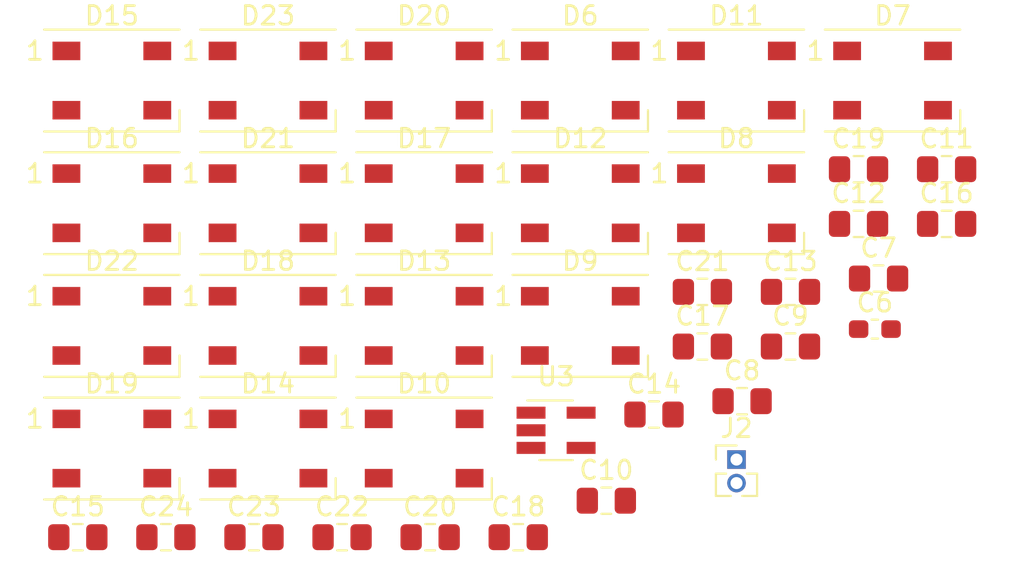
<source format=kicad_pcb>
(kicad_pcb (version 20171130) (host pcbnew 5.1.2-f72e74a~84~ubuntu18.04.1)

  (general
    (thickness 1.6)
    (drawings 0)
    (tracks 0)
    (zones 0)
    (modules 39)
    (nets 22)
  )

  (page A4)
  (layers
    (0 F.Cu signal)
    (31 B.Cu signal)
    (32 B.Adhes user)
    (33 F.Adhes user)
    (34 B.Paste user)
    (35 F.Paste user)
    (36 B.SilkS user)
    (37 F.SilkS user)
    (38 B.Mask user)
    (39 F.Mask user)
    (40 Dwgs.User user)
    (41 Cmts.User user)
    (42 Eco1.User user)
    (43 Eco2.User user)
    (44 Edge.Cuts user)
    (45 Margin user)
    (46 B.CrtYd user)
    (47 F.CrtYd user)
    (48 B.Fab user)
    (49 F.Fab user)
  )

  (setup
    (last_trace_width 0.25)
    (trace_clearance 0.2)
    (zone_clearance 0.508)
    (zone_45_only no)
    (trace_min 0.2)
    (via_size 0.8)
    (via_drill 0.4)
    (via_min_size 0.4)
    (via_min_drill 0.3)
    (uvia_size 0.3)
    (uvia_drill 0.1)
    (uvias_allowed no)
    (uvia_min_size 0.2)
    (uvia_min_drill 0.1)
    (edge_width 0.1)
    (segment_width 0.2)
    (pcb_text_width 0.3)
    (pcb_text_size 1.5 1.5)
    (mod_edge_width 0.15)
    (mod_text_size 1 1)
    (mod_text_width 0.15)
    (pad_size 1.524 1.524)
    (pad_drill 0.762)
    (pad_to_mask_clearance 0)
    (aux_axis_origin 0 0)
    (visible_elements FFFFFF7F)
    (pcbplotparams
      (layerselection 0x010fc_ffffffff)
      (usegerberextensions false)
      (usegerberattributes false)
      (usegerberadvancedattributes false)
      (creategerberjobfile false)
      (excludeedgelayer true)
      (linewidth 0.100000)
      (plotframeref false)
      (viasonmask false)
      (mode 1)
      (useauxorigin false)
      (hpglpennumber 1)
      (hpglpenspeed 20)
      (hpglpendiameter 15.000000)
      (psnegative false)
      (psa4output false)
      (plotreference true)
      (plotvalue true)
      (plotinvisibletext false)
      (padsonsilk false)
      (subtractmaskfromsilk false)
      (outputformat 1)
      (mirror false)
      (drillshape 1)
      (scaleselection 1)
      (outputdirectory ""))
  )

  (net 0 "")
  (net 1 VCC)
  (net 2 GND)
  (net 3 "Net-(D6-Pad2)")
  (net 4 "Net-(D6-Pad4)")
  (net 5 "Net-(D7-Pad2)")
  (net 6 "Net-(D8-Pad2)")
  (net 7 "Net-(D10-Pad4)")
  (net 8 "Net-(D10-Pad2)")
  (net 9 "Net-(D11-Pad2)")
  (net 10 "Net-(D12-Pad2)")
  (net 11 "Net-(D13-Pad2)")
  (net 12 "Net-(D14-Pad2)")
  (net 13 "Net-(D15-Pad2)")
  (net 14 "Net-(D16-Pad2)")
  (net 15 "Net-(D17-Pad2)")
  (net 16 "Net-(D18-Pad2)")
  (net 17 "Net-(D19-Pad2)")
  (net 18 "Net-(D20-Pad2)")
  (net 19 "Net-(D21-Pad2)")
  (net 20 "Net-(D22-Pad2)")
  (net 21 /WS2812_IN)

  (net_class Default "This is the default net class."
    (clearance 0.2)
    (trace_width 0.25)
    (via_dia 0.8)
    (via_drill 0.4)
    (uvia_dia 0.3)
    (uvia_drill 0.1)
    (add_net /WS2812_IN)
    (add_net GND)
    (add_net "Net-(D10-Pad2)")
    (add_net "Net-(D10-Pad4)")
    (add_net "Net-(D11-Pad2)")
    (add_net "Net-(D12-Pad2)")
    (add_net "Net-(D13-Pad2)")
    (add_net "Net-(D14-Pad2)")
    (add_net "Net-(D15-Pad2)")
    (add_net "Net-(D16-Pad2)")
    (add_net "Net-(D17-Pad2)")
    (add_net "Net-(D18-Pad2)")
    (add_net "Net-(D19-Pad2)")
    (add_net "Net-(D20-Pad2)")
    (add_net "Net-(D21-Pad2)")
    (add_net "Net-(D22-Pad2)")
    (add_net "Net-(D23-Pad2)")
    (add_net "Net-(D6-Pad2)")
    (add_net "Net-(D6-Pad4)")
    (add_net "Net-(D7-Pad2)")
    (add_net "Net-(D8-Pad2)")
    (add_net VCC)
  )

  (module footprint-lib:LED_WS2812B_5050_white (layer F.Cu) (tedit 5CF2786B) (tstamp 5CF4C910)
    (at 50.525 68.585)
    (descr https://cdn-shop.adafruit.com/datasheets/WS2812B.pdf)
    (tags "LED_WS2812B_5050_white WS2812 5050")
    (path /5D181396)
    (attr smd)
    (fp_text reference D23 (at 0 -3.5) (layer F.SilkS)
      (effects (font (size 1 1) (thickness 0.15)))
    )
    (fp_text value WS2812B (at 0 4) (layer F.Fab)
      (effects (font (size 1 1) (thickness 0.15)))
    )
    (fp_circle (center 0 0) (end 0 -2) (layer F.Fab) (width 0.1))
    (fp_line (start 3.65 2.75) (end 3.65 1.6) (layer F.SilkS) (width 0.12))
    (fp_line (start -3.65 2.75) (end 3.65 2.75) (layer F.SilkS) (width 0.12))
    (fp_line (start -3.65 -2.75) (end 3.65 -2.75) (layer F.SilkS) (width 0.12))
    (fp_line (start 2.5 -2.5) (end -2.5 -2.5) (layer F.Fab) (width 0.1))
    (fp_line (start 2.5 2.5) (end 2.5 -2.5) (layer F.Fab) (width 0.1))
    (fp_line (start -2.5 2.5) (end 2.5 2.5) (layer F.Fab) (width 0.1))
    (fp_line (start -2.5 -2.5) (end -2.5 2.5) (layer F.Fab) (width 0.1))
    (fp_line (start 2.5 1.5) (end 1.5 2.5) (layer F.Fab) (width 0.1))
    (fp_line (start -3.45 -2.75) (end -3.45 2.75) (layer F.CrtYd) (width 0.05))
    (fp_line (start -3.45 2.75) (end 3.45 2.75) (layer F.CrtYd) (width 0.05))
    (fp_line (start 3.45 2.75) (end 3.45 -2.75) (layer F.CrtYd) (width 0.05))
    (fp_line (start 3.45 -2.75) (end -3.45 -2.75) (layer F.CrtYd) (width 0.05))
    (fp_text user %R (at 0 0) (layer F.Fab)
      (effects (font (size 0.8 0.8) (thickness 0.15)))
    )
    (fp_text user 1 (at -4.15 -1.6) (layer F.SilkS)
      (effects (font (size 1 1) (thickness 0.15)))
    )
    (pad 1 smd rect (at -2.45 -1.6) (size 1.5 1) (layers F.Cu F.Paste F.Mask)
      (net 1 VCC))
    (pad 2 smd rect (at -2.45 1.6) (size 1.5 1) (layers F.Cu F.Paste F.Mask))
    (pad 4 smd rect (at 2.45 -1.6) (size 1.5 1) (layers F.Cu F.Paste F.Mask)
      (net 20 "Net-(D22-Pad2)"))
    (pad 3 smd rect (at 2.45 1.6) (size 1.5 1) (layers F.Cu F.Paste F.Mask)
      (net 2 GND))
    (model /home/logic/_workspace/kicad/kicad_library/tinkerforge-kicad-libraries/3d/LED_SMD/WS2812W_5050.wrl
      (at (xyz 0 0 0))
      (scale (xyz 1 1 1))
      (rotate (xyz 0 0 90))
    )
  )

  (module footprint-lib:LED_WS2812B_5050_white (layer F.Cu) (tedit 5CF2786B) (tstamp 5CF4C8F9)
    (at 42.105 81.825)
    (descr https://cdn-shop.adafruit.com/datasheets/WS2812B.pdf)
    (tags "LED_WS2812B_5050_white WS2812 5050")
    (path /5D18135D)
    (attr smd)
    (fp_text reference D22 (at 0 -3.5) (layer F.SilkS)
      (effects (font (size 1 1) (thickness 0.15)))
    )
    (fp_text value WS2812B (at 0 4) (layer F.Fab)
      (effects (font (size 1 1) (thickness 0.15)))
    )
    (fp_circle (center 0 0) (end 0 -2) (layer F.Fab) (width 0.1))
    (fp_line (start 3.65 2.75) (end 3.65 1.6) (layer F.SilkS) (width 0.12))
    (fp_line (start -3.65 2.75) (end 3.65 2.75) (layer F.SilkS) (width 0.12))
    (fp_line (start -3.65 -2.75) (end 3.65 -2.75) (layer F.SilkS) (width 0.12))
    (fp_line (start 2.5 -2.5) (end -2.5 -2.5) (layer F.Fab) (width 0.1))
    (fp_line (start 2.5 2.5) (end 2.5 -2.5) (layer F.Fab) (width 0.1))
    (fp_line (start -2.5 2.5) (end 2.5 2.5) (layer F.Fab) (width 0.1))
    (fp_line (start -2.5 -2.5) (end -2.5 2.5) (layer F.Fab) (width 0.1))
    (fp_line (start 2.5 1.5) (end 1.5 2.5) (layer F.Fab) (width 0.1))
    (fp_line (start -3.45 -2.75) (end -3.45 2.75) (layer F.CrtYd) (width 0.05))
    (fp_line (start -3.45 2.75) (end 3.45 2.75) (layer F.CrtYd) (width 0.05))
    (fp_line (start 3.45 2.75) (end 3.45 -2.75) (layer F.CrtYd) (width 0.05))
    (fp_line (start 3.45 -2.75) (end -3.45 -2.75) (layer F.CrtYd) (width 0.05))
    (fp_text user %R (at 0 0) (layer F.Fab)
      (effects (font (size 0.8 0.8) (thickness 0.15)))
    )
    (fp_text user 1 (at -4.15 -1.6) (layer F.SilkS)
      (effects (font (size 1 1) (thickness 0.15)))
    )
    (pad 1 smd rect (at -2.45 -1.6) (size 1.5 1) (layers F.Cu F.Paste F.Mask)
      (net 1 VCC))
    (pad 2 smd rect (at -2.45 1.6) (size 1.5 1) (layers F.Cu F.Paste F.Mask)
      (net 20 "Net-(D22-Pad2)"))
    (pad 4 smd rect (at 2.45 -1.6) (size 1.5 1) (layers F.Cu F.Paste F.Mask)
      (net 19 "Net-(D21-Pad2)"))
    (pad 3 smd rect (at 2.45 1.6) (size 1.5 1) (layers F.Cu F.Paste F.Mask)
      (net 2 GND))
    (model /home/logic/_workspace/kicad/kicad_library/tinkerforge-kicad-libraries/3d/LED_SMD/WS2812W_5050.wrl
      (at (xyz 0 0 0))
      (scale (xyz 1 1 1))
      (rotate (xyz 0 0 90))
    )
  )

  (module footprint-lib:LED_WS2812B_5050_white (layer F.Cu) (tedit 5CF2786B) (tstamp 5CF4C8E2)
    (at 50.525 75.205)
    (descr https://cdn-shop.adafruit.com/datasheets/WS2812B.pdf)
    (tags "LED_WS2812B_5050_white WS2812 5050")
    (path /5D181324)
    (attr smd)
    (fp_text reference D21 (at 0 -3.5) (layer F.SilkS)
      (effects (font (size 1 1) (thickness 0.15)))
    )
    (fp_text value WS2812B (at 0 4) (layer F.Fab)
      (effects (font (size 1 1) (thickness 0.15)))
    )
    (fp_circle (center 0 0) (end 0 -2) (layer F.Fab) (width 0.1))
    (fp_line (start 3.65 2.75) (end 3.65 1.6) (layer F.SilkS) (width 0.12))
    (fp_line (start -3.65 2.75) (end 3.65 2.75) (layer F.SilkS) (width 0.12))
    (fp_line (start -3.65 -2.75) (end 3.65 -2.75) (layer F.SilkS) (width 0.12))
    (fp_line (start 2.5 -2.5) (end -2.5 -2.5) (layer F.Fab) (width 0.1))
    (fp_line (start 2.5 2.5) (end 2.5 -2.5) (layer F.Fab) (width 0.1))
    (fp_line (start -2.5 2.5) (end 2.5 2.5) (layer F.Fab) (width 0.1))
    (fp_line (start -2.5 -2.5) (end -2.5 2.5) (layer F.Fab) (width 0.1))
    (fp_line (start 2.5 1.5) (end 1.5 2.5) (layer F.Fab) (width 0.1))
    (fp_line (start -3.45 -2.75) (end -3.45 2.75) (layer F.CrtYd) (width 0.05))
    (fp_line (start -3.45 2.75) (end 3.45 2.75) (layer F.CrtYd) (width 0.05))
    (fp_line (start 3.45 2.75) (end 3.45 -2.75) (layer F.CrtYd) (width 0.05))
    (fp_line (start 3.45 -2.75) (end -3.45 -2.75) (layer F.CrtYd) (width 0.05))
    (fp_text user %R (at 0 0) (layer F.Fab)
      (effects (font (size 0.8 0.8) (thickness 0.15)))
    )
    (fp_text user 1 (at -4.15 -1.6) (layer F.SilkS)
      (effects (font (size 1 1) (thickness 0.15)))
    )
    (pad 1 smd rect (at -2.45 -1.6) (size 1.5 1) (layers F.Cu F.Paste F.Mask)
      (net 1 VCC))
    (pad 2 smd rect (at -2.45 1.6) (size 1.5 1) (layers F.Cu F.Paste F.Mask)
      (net 19 "Net-(D21-Pad2)"))
    (pad 4 smd rect (at 2.45 -1.6) (size 1.5 1) (layers F.Cu F.Paste F.Mask)
      (net 18 "Net-(D20-Pad2)"))
    (pad 3 smd rect (at 2.45 1.6) (size 1.5 1) (layers F.Cu F.Paste F.Mask)
      (net 2 GND))
    (model /home/logic/_workspace/kicad/kicad_library/tinkerforge-kicad-libraries/3d/LED_SMD/WS2812W_5050.wrl
      (at (xyz 0 0 0))
      (scale (xyz 1 1 1))
      (rotate (xyz 0 0 90))
    )
  )

  (module footprint-lib:LED_WS2812B_5050_white (layer F.Cu) (tedit 5CF2786B) (tstamp 5CF4C8CB)
    (at 58.945 68.585)
    (descr https://cdn-shop.adafruit.com/datasheets/WS2812B.pdf)
    (tags "LED_WS2812B_5050_white WS2812 5050")
    (path /5D1812EB)
    (attr smd)
    (fp_text reference D20 (at 0 -3.5) (layer F.SilkS)
      (effects (font (size 1 1) (thickness 0.15)))
    )
    (fp_text value WS2812B (at 0 4) (layer F.Fab)
      (effects (font (size 1 1) (thickness 0.15)))
    )
    (fp_circle (center 0 0) (end 0 -2) (layer F.Fab) (width 0.1))
    (fp_line (start 3.65 2.75) (end 3.65 1.6) (layer F.SilkS) (width 0.12))
    (fp_line (start -3.65 2.75) (end 3.65 2.75) (layer F.SilkS) (width 0.12))
    (fp_line (start -3.65 -2.75) (end 3.65 -2.75) (layer F.SilkS) (width 0.12))
    (fp_line (start 2.5 -2.5) (end -2.5 -2.5) (layer F.Fab) (width 0.1))
    (fp_line (start 2.5 2.5) (end 2.5 -2.5) (layer F.Fab) (width 0.1))
    (fp_line (start -2.5 2.5) (end 2.5 2.5) (layer F.Fab) (width 0.1))
    (fp_line (start -2.5 -2.5) (end -2.5 2.5) (layer F.Fab) (width 0.1))
    (fp_line (start 2.5 1.5) (end 1.5 2.5) (layer F.Fab) (width 0.1))
    (fp_line (start -3.45 -2.75) (end -3.45 2.75) (layer F.CrtYd) (width 0.05))
    (fp_line (start -3.45 2.75) (end 3.45 2.75) (layer F.CrtYd) (width 0.05))
    (fp_line (start 3.45 2.75) (end 3.45 -2.75) (layer F.CrtYd) (width 0.05))
    (fp_line (start 3.45 -2.75) (end -3.45 -2.75) (layer F.CrtYd) (width 0.05))
    (fp_text user %R (at 0 0) (layer F.Fab)
      (effects (font (size 0.8 0.8) (thickness 0.15)))
    )
    (fp_text user 1 (at -4.15 -1.6) (layer F.SilkS)
      (effects (font (size 1 1) (thickness 0.15)))
    )
    (pad 1 smd rect (at -2.45 -1.6) (size 1.5 1) (layers F.Cu F.Paste F.Mask)
      (net 1 VCC))
    (pad 2 smd rect (at -2.45 1.6) (size 1.5 1) (layers F.Cu F.Paste F.Mask)
      (net 18 "Net-(D20-Pad2)"))
    (pad 4 smd rect (at 2.45 -1.6) (size 1.5 1) (layers F.Cu F.Paste F.Mask)
      (net 17 "Net-(D19-Pad2)"))
    (pad 3 smd rect (at 2.45 1.6) (size 1.5 1) (layers F.Cu F.Paste F.Mask)
      (net 2 GND))
    (model /home/logic/_workspace/kicad/kicad_library/tinkerforge-kicad-libraries/3d/LED_SMD/WS2812W_5050.wrl
      (at (xyz 0 0 0))
      (scale (xyz 1 1 1))
      (rotate (xyz 0 0 90))
    )
  )

  (module footprint-lib:LED_WS2812B_5050_white (layer F.Cu) (tedit 5CF2786B) (tstamp 5CF4C8B4)
    (at 42.105 88.445)
    (descr https://cdn-shop.adafruit.com/datasheets/WS2812B.pdf)
    (tags "LED_WS2812B_5050_white WS2812 5050")
    (path /5D1812B2)
    (attr smd)
    (fp_text reference D19 (at 0 -3.5) (layer F.SilkS)
      (effects (font (size 1 1) (thickness 0.15)))
    )
    (fp_text value WS2812B (at 0 4) (layer F.Fab)
      (effects (font (size 1 1) (thickness 0.15)))
    )
    (fp_circle (center 0 0) (end 0 -2) (layer F.Fab) (width 0.1))
    (fp_line (start 3.65 2.75) (end 3.65 1.6) (layer F.SilkS) (width 0.12))
    (fp_line (start -3.65 2.75) (end 3.65 2.75) (layer F.SilkS) (width 0.12))
    (fp_line (start -3.65 -2.75) (end 3.65 -2.75) (layer F.SilkS) (width 0.12))
    (fp_line (start 2.5 -2.5) (end -2.5 -2.5) (layer F.Fab) (width 0.1))
    (fp_line (start 2.5 2.5) (end 2.5 -2.5) (layer F.Fab) (width 0.1))
    (fp_line (start -2.5 2.5) (end 2.5 2.5) (layer F.Fab) (width 0.1))
    (fp_line (start -2.5 -2.5) (end -2.5 2.5) (layer F.Fab) (width 0.1))
    (fp_line (start 2.5 1.5) (end 1.5 2.5) (layer F.Fab) (width 0.1))
    (fp_line (start -3.45 -2.75) (end -3.45 2.75) (layer F.CrtYd) (width 0.05))
    (fp_line (start -3.45 2.75) (end 3.45 2.75) (layer F.CrtYd) (width 0.05))
    (fp_line (start 3.45 2.75) (end 3.45 -2.75) (layer F.CrtYd) (width 0.05))
    (fp_line (start 3.45 -2.75) (end -3.45 -2.75) (layer F.CrtYd) (width 0.05))
    (fp_text user %R (at 0 0) (layer F.Fab)
      (effects (font (size 0.8 0.8) (thickness 0.15)))
    )
    (fp_text user 1 (at -4.15 -1.6) (layer F.SilkS)
      (effects (font (size 1 1) (thickness 0.15)))
    )
    (pad 1 smd rect (at -2.45 -1.6) (size 1.5 1) (layers F.Cu F.Paste F.Mask)
      (net 1 VCC))
    (pad 2 smd rect (at -2.45 1.6) (size 1.5 1) (layers F.Cu F.Paste F.Mask)
      (net 17 "Net-(D19-Pad2)"))
    (pad 4 smd rect (at 2.45 -1.6) (size 1.5 1) (layers F.Cu F.Paste F.Mask)
      (net 16 "Net-(D18-Pad2)"))
    (pad 3 smd rect (at 2.45 1.6) (size 1.5 1) (layers F.Cu F.Paste F.Mask)
      (net 2 GND))
    (model /home/logic/_workspace/kicad/kicad_library/tinkerforge-kicad-libraries/3d/LED_SMD/WS2812W_5050.wrl
      (at (xyz 0 0 0))
      (scale (xyz 1 1 1))
      (rotate (xyz 0 0 90))
    )
  )

  (module footprint-lib:LED_WS2812B_5050_white (layer F.Cu) (tedit 5CF2786B) (tstamp 5CF4C89D)
    (at 50.525 81.825)
    (descr https://cdn-shop.adafruit.com/datasheets/WS2812B.pdf)
    (tags "LED_WS2812B_5050_white WS2812 5050")
    (path /5D181279)
    (attr smd)
    (fp_text reference D18 (at 0 -3.5) (layer F.SilkS)
      (effects (font (size 1 1) (thickness 0.15)))
    )
    (fp_text value WS2812B (at 0 4) (layer F.Fab)
      (effects (font (size 1 1) (thickness 0.15)))
    )
    (fp_circle (center 0 0) (end 0 -2) (layer F.Fab) (width 0.1))
    (fp_line (start 3.65 2.75) (end 3.65 1.6) (layer F.SilkS) (width 0.12))
    (fp_line (start -3.65 2.75) (end 3.65 2.75) (layer F.SilkS) (width 0.12))
    (fp_line (start -3.65 -2.75) (end 3.65 -2.75) (layer F.SilkS) (width 0.12))
    (fp_line (start 2.5 -2.5) (end -2.5 -2.5) (layer F.Fab) (width 0.1))
    (fp_line (start 2.5 2.5) (end 2.5 -2.5) (layer F.Fab) (width 0.1))
    (fp_line (start -2.5 2.5) (end 2.5 2.5) (layer F.Fab) (width 0.1))
    (fp_line (start -2.5 -2.5) (end -2.5 2.5) (layer F.Fab) (width 0.1))
    (fp_line (start 2.5 1.5) (end 1.5 2.5) (layer F.Fab) (width 0.1))
    (fp_line (start -3.45 -2.75) (end -3.45 2.75) (layer F.CrtYd) (width 0.05))
    (fp_line (start -3.45 2.75) (end 3.45 2.75) (layer F.CrtYd) (width 0.05))
    (fp_line (start 3.45 2.75) (end 3.45 -2.75) (layer F.CrtYd) (width 0.05))
    (fp_line (start 3.45 -2.75) (end -3.45 -2.75) (layer F.CrtYd) (width 0.05))
    (fp_text user %R (at 0 0) (layer F.Fab)
      (effects (font (size 0.8 0.8) (thickness 0.15)))
    )
    (fp_text user 1 (at -4.15 -1.6) (layer F.SilkS)
      (effects (font (size 1 1) (thickness 0.15)))
    )
    (pad 1 smd rect (at -2.45 -1.6) (size 1.5 1) (layers F.Cu F.Paste F.Mask)
      (net 1 VCC))
    (pad 2 smd rect (at -2.45 1.6) (size 1.5 1) (layers F.Cu F.Paste F.Mask)
      (net 16 "Net-(D18-Pad2)"))
    (pad 4 smd rect (at 2.45 -1.6) (size 1.5 1) (layers F.Cu F.Paste F.Mask)
      (net 15 "Net-(D17-Pad2)"))
    (pad 3 smd rect (at 2.45 1.6) (size 1.5 1) (layers F.Cu F.Paste F.Mask)
      (net 2 GND))
    (model /home/logic/_workspace/kicad/kicad_library/tinkerforge-kicad-libraries/3d/LED_SMD/WS2812W_5050.wrl
      (at (xyz 0 0 0))
      (scale (xyz 1 1 1))
      (rotate (xyz 0 0 90))
    )
  )

  (module footprint-lib:LED_WS2812B_5050_white (layer F.Cu) (tedit 5CF2786B) (tstamp 5CF4C886)
    (at 58.945 75.205)
    (descr https://cdn-shop.adafruit.com/datasheets/WS2812B.pdf)
    (tags "LED_WS2812B_5050_white WS2812 5050")
    (path /5D1749AF)
    (attr smd)
    (fp_text reference D17 (at 0 -3.5) (layer F.SilkS)
      (effects (font (size 1 1) (thickness 0.15)))
    )
    (fp_text value WS2812B (at 0 4) (layer F.Fab)
      (effects (font (size 1 1) (thickness 0.15)))
    )
    (fp_circle (center 0 0) (end 0 -2) (layer F.Fab) (width 0.1))
    (fp_line (start 3.65 2.75) (end 3.65 1.6) (layer F.SilkS) (width 0.12))
    (fp_line (start -3.65 2.75) (end 3.65 2.75) (layer F.SilkS) (width 0.12))
    (fp_line (start -3.65 -2.75) (end 3.65 -2.75) (layer F.SilkS) (width 0.12))
    (fp_line (start 2.5 -2.5) (end -2.5 -2.5) (layer F.Fab) (width 0.1))
    (fp_line (start 2.5 2.5) (end 2.5 -2.5) (layer F.Fab) (width 0.1))
    (fp_line (start -2.5 2.5) (end 2.5 2.5) (layer F.Fab) (width 0.1))
    (fp_line (start -2.5 -2.5) (end -2.5 2.5) (layer F.Fab) (width 0.1))
    (fp_line (start 2.5 1.5) (end 1.5 2.5) (layer F.Fab) (width 0.1))
    (fp_line (start -3.45 -2.75) (end -3.45 2.75) (layer F.CrtYd) (width 0.05))
    (fp_line (start -3.45 2.75) (end 3.45 2.75) (layer F.CrtYd) (width 0.05))
    (fp_line (start 3.45 2.75) (end 3.45 -2.75) (layer F.CrtYd) (width 0.05))
    (fp_line (start 3.45 -2.75) (end -3.45 -2.75) (layer F.CrtYd) (width 0.05))
    (fp_text user %R (at 0 0) (layer F.Fab)
      (effects (font (size 0.8 0.8) (thickness 0.15)))
    )
    (fp_text user 1 (at -4.15 -1.6) (layer F.SilkS)
      (effects (font (size 1 1) (thickness 0.15)))
    )
    (pad 1 smd rect (at -2.45 -1.6) (size 1.5 1) (layers F.Cu F.Paste F.Mask)
      (net 1 VCC))
    (pad 2 smd rect (at -2.45 1.6) (size 1.5 1) (layers F.Cu F.Paste F.Mask)
      (net 15 "Net-(D17-Pad2)"))
    (pad 4 smd rect (at 2.45 -1.6) (size 1.5 1) (layers F.Cu F.Paste F.Mask)
      (net 14 "Net-(D16-Pad2)"))
    (pad 3 smd rect (at 2.45 1.6) (size 1.5 1) (layers F.Cu F.Paste F.Mask)
      (net 2 GND))
    (model /home/logic/_workspace/kicad/kicad_library/tinkerforge-kicad-libraries/3d/LED_SMD/WS2812W_5050.wrl
      (at (xyz 0 0 0))
      (scale (xyz 1 1 1))
      (rotate (xyz 0 0 90))
    )
  )

  (module footprint-lib:LED_WS2812B_5050_white (layer F.Cu) (tedit 5CF2786B) (tstamp 5CF4C86F)
    (at 42.105 75.205)
    (descr https://cdn-shop.adafruit.com/datasheets/WS2812B.pdf)
    (tags "LED_WS2812B_5050_white WS2812 5050")
    (path /5D174976)
    (attr smd)
    (fp_text reference D16 (at 0 -3.5) (layer F.SilkS)
      (effects (font (size 1 1) (thickness 0.15)))
    )
    (fp_text value WS2812B (at 0 4) (layer F.Fab)
      (effects (font (size 1 1) (thickness 0.15)))
    )
    (fp_circle (center 0 0) (end 0 -2) (layer F.Fab) (width 0.1))
    (fp_line (start 3.65 2.75) (end 3.65 1.6) (layer F.SilkS) (width 0.12))
    (fp_line (start -3.65 2.75) (end 3.65 2.75) (layer F.SilkS) (width 0.12))
    (fp_line (start -3.65 -2.75) (end 3.65 -2.75) (layer F.SilkS) (width 0.12))
    (fp_line (start 2.5 -2.5) (end -2.5 -2.5) (layer F.Fab) (width 0.1))
    (fp_line (start 2.5 2.5) (end 2.5 -2.5) (layer F.Fab) (width 0.1))
    (fp_line (start -2.5 2.5) (end 2.5 2.5) (layer F.Fab) (width 0.1))
    (fp_line (start -2.5 -2.5) (end -2.5 2.5) (layer F.Fab) (width 0.1))
    (fp_line (start 2.5 1.5) (end 1.5 2.5) (layer F.Fab) (width 0.1))
    (fp_line (start -3.45 -2.75) (end -3.45 2.75) (layer F.CrtYd) (width 0.05))
    (fp_line (start -3.45 2.75) (end 3.45 2.75) (layer F.CrtYd) (width 0.05))
    (fp_line (start 3.45 2.75) (end 3.45 -2.75) (layer F.CrtYd) (width 0.05))
    (fp_line (start 3.45 -2.75) (end -3.45 -2.75) (layer F.CrtYd) (width 0.05))
    (fp_text user %R (at 0 0) (layer F.Fab)
      (effects (font (size 0.8 0.8) (thickness 0.15)))
    )
    (fp_text user 1 (at -4.15 -1.6) (layer F.SilkS)
      (effects (font (size 1 1) (thickness 0.15)))
    )
    (pad 1 smd rect (at -2.45 -1.6) (size 1.5 1) (layers F.Cu F.Paste F.Mask)
      (net 1 VCC))
    (pad 2 smd rect (at -2.45 1.6) (size 1.5 1) (layers F.Cu F.Paste F.Mask)
      (net 14 "Net-(D16-Pad2)"))
    (pad 4 smd rect (at 2.45 -1.6) (size 1.5 1) (layers F.Cu F.Paste F.Mask)
      (net 13 "Net-(D15-Pad2)"))
    (pad 3 smd rect (at 2.45 1.6) (size 1.5 1) (layers F.Cu F.Paste F.Mask)
      (net 2 GND))
    (model /home/logic/_workspace/kicad/kicad_library/tinkerforge-kicad-libraries/3d/LED_SMD/WS2812W_5050.wrl
      (at (xyz 0 0 0))
      (scale (xyz 1 1 1))
      (rotate (xyz 0 0 90))
    )
  )

  (module footprint-lib:LED_WS2812B_5050_white (layer F.Cu) (tedit 5CF2786B) (tstamp 5CF4C858)
    (at 42.105 68.585)
    (descr https://cdn-shop.adafruit.com/datasheets/WS2812B.pdf)
    (tags "LED_WS2812B_5050_white WS2812 5050")
    (path /5D17493D)
    (attr smd)
    (fp_text reference D15 (at 0 -3.5) (layer F.SilkS)
      (effects (font (size 1 1) (thickness 0.15)))
    )
    (fp_text value WS2812B (at 0 4) (layer F.Fab)
      (effects (font (size 1 1) (thickness 0.15)))
    )
    (fp_circle (center 0 0) (end 0 -2) (layer F.Fab) (width 0.1))
    (fp_line (start 3.65 2.75) (end 3.65 1.6) (layer F.SilkS) (width 0.12))
    (fp_line (start -3.65 2.75) (end 3.65 2.75) (layer F.SilkS) (width 0.12))
    (fp_line (start -3.65 -2.75) (end 3.65 -2.75) (layer F.SilkS) (width 0.12))
    (fp_line (start 2.5 -2.5) (end -2.5 -2.5) (layer F.Fab) (width 0.1))
    (fp_line (start 2.5 2.5) (end 2.5 -2.5) (layer F.Fab) (width 0.1))
    (fp_line (start -2.5 2.5) (end 2.5 2.5) (layer F.Fab) (width 0.1))
    (fp_line (start -2.5 -2.5) (end -2.5 2.5) (layer F.Fab) (width 0.1))
    (fp_line (start 2.5 1.5) (end 1.5 2.5) (layer F.Fab) (width 0.1))
    (fp_line (start -3.45 -2.75) (end -3.45 2.75) (layer F.CrtYd) (width 0.05))
    (fp_line (start -3.45 2.75) (end 3.45 2.75) (layer F.CrtYd) (width 0.05))
    (fp_line (start 3.45 2.75) (end 3.45 -2.75) (layer F.CrtYd) (width 0.05))
    (fp_line (start 3.45 -2.75) (end -3.45 -2.75) (layer F.CrtYd) (width 0.05))
    (fp_text user %R (at 0 0) (layer F.Fab)
      (effects (font (size 0.8 0.8) (thickness 0.15)))
    )
    (fp_text user 1 (at -4.15 -1.6) (layer F.SilkS)
      (effects (font (size 1 1) (thickness 0.15)))
    )
    (pad 1 smd rect (at -2.45 -1.6) (size 1.5 1) (layers F.Cu F.Paste F.Mask)
      (net 1 VCC))
    (pad 2 smd rect (at -2.45 1.6) (size 1.5 1) (layers F.Cu F.Paste F.Mask)
      (net 13 "Net-(D15-Pad2)"))
    (pad 4 smd rect (at 2.45 -1.6) (size 1.5 1) (layers F.Cu F.Paste F.Mask)
      (net 12 "Net-(D14-Pad2)"))
    (pad 3 smd rect (at 2.45 1.6) (size 1.5 1) (layers F.Cu F.Paste F.Mask)
      (net 2 GND))
    (model /home/logic/_workspace/kicad/kicad_library/tinkerforge-kicad-libraries/3d/LED_SMD/WS2812W_5050.wrl
      (at (xyz 0 0 0))
      (scale (xyz 1 1 1))
      (rotate (xyz 0 0 90))
    )
  )

  (module footprint-lib:LED_WS2812B_5050_white (layer F.Cu) (tedit 5CF2786B) (tstamp 5CF4C841)
    (at 50.525 88.445)
    (descr https://cdn-shop.adafruit.com/datasheets/WS2812B.pdf)
    (tags "LED_WS2812B_5050_white WS2812 5050")
    (path /5D174904)
    (attr smd)
    (fp_text reference D14 (at 0 -3.5) (layer F.SilkS)
      (effects (font (size 1 1) (thickness 0.15)))
    )
    (fp_text value WS2812B (at 0 4) (layer F.Fab)
      (effects (font (size 1 1) (thickness 0.15)))
    )
    (fp_circle (center 0 0) (end 0 -2) (layer F.Fab) (width 0.1))
    (fp_line (start 3.65 2.75) (end 3.65 1.6) (layer F.SilkS) (width 0.12))
    (fp_line (start -3.65 2.75) (end 3.65 2.75) (layer F.SilkS) (width 0.12))
    (fp_line (start -3.65 -2.75) (end 3.65 -2.75) (layer F.SilkS) (width 0.12))
    (fp_line (start 2.5 -2.5) (end -2.5 -2.5) (layer F.Fab) (width 0.1))
    (fp_line (start 2.5 2.5) (end 2.5 -2.5) (layer F.Fab) (width 0.1))
    (fp_line (start -2.5 2.5) (end 2.5 2.5) (layer F.Fab) (width 0.1))
    (fp_line (start -2.5 -2.5) (end -2.5 2.5) (layer F.Fab) (width 0.1))
    (fp_line (start 2.5 1.5) (end 1.5 2.5) (layer F.Fab) (width 0.1))
    (fp_line (start -3.45 -2.75) (end -3.45 2.75) (layer F.CrtYd) (width 0.05))
    (fp_line (start -3.45 2.75) (end 3.45 2.75) (layer F.CrtYd) (width 0.05))
    (fp_line (start 3.45 2.75) (end 3.45 -2.75) (layer F.CrtYd) (width 0.05))
    (fp_line (start 3.45 -2.75) (end -3.45 -2.75) (layer F.CrtYd) (width 0.05))
    (fp_text user %R (at 0 0) (layer F.Fab)
      (effects (font (size 0.8 0.8) (thickness 0.15)))
    )
    (fp_text user 1 (at -4.15 -1.6) (layer F.SilkS)
      (effects (font (size 1 1) (thickness 0.15)))
    )
    (pad 1 smd rect (at -2.45 -1.6) (size 1.5 1) (layers F.Cu F.Paste F.Mask)
      (net 1 VCC))
    (pad 2 smd rect (at -2.45 1.6) (size 1.5 1) (layers F.Cu F.Paste F.Mask)
      (net 12 "Net-(D14-Pad2)"))
    (pad 4 smd rect (at 2.45 -1.6) (size 1.5 1) (layers F.Cu F.Paste F.Mask)
      (net 11 "Net-(D13-Pad2)"))
    (pad 3 smd rect (at 2.45 1.6) (size 1.5 1) (layers F.Cu F.Paste F.Mask)
      (net 2 GND))
    (model /home/logic/_workspace/kicad/kicad_library/tinkerforge-kicad-libraries/3d/LED_SMD/WS2812W_5050.wrl
      (at (xyz 0 0 0))
      (scale (xyz 1 1 1))
      (rotate (xyz 0 0 90))
    )
  )

  (module footprint-lib:LED_WS2812B_5050_white (layer F.Cu) (tedit 5CF2786B) (tstamp 5CF4C82A)
    (at 58.945 81.825)
    (descr https://cdn-shop.adafruit.com/datasheets/WS2812B.pdf)
    (tags "LED_WS2812B_5050_white WS2812 5050")
    (path /5D1748CB)
    (attr smd)
    (fp_text reference D13 (at 0 -3.5) (layer F.SilkS)
      (effects (font (size 1 1) (thickness 0.15)))
    )
    (fp_text value WS2812B (at 0 4) (layer F.Fab)
      (effects (font (size 1 1) (thickness 0.15)))
    )
    (fp_circle (center 0 0) (end 0 -2) (layer F.Fab) (width 0.1))
    (fp_line (start 3.65 2.75) (end 3.65 1.6) (layer F.SilkS) (width 0.12))
    (fp_line (start -3.65 2.75) (end 3.65 2.75) (layer F.SilkS) (width 0.12))
    (fp_line (start -3.65 -2.75) (end 3.65 -2.75) (layer F.SilkS) (width 0.12))
    (fp_line (start 2.5 -2.5) (end -2.5 -2.5) (layer F.Fab) (width 0.1))
    (fp_line (start 2.5 2.5) (end 2.5 -2.5) (layer F.Fab) (width 0.1))
    (fp_line (start -2.5 2.5) (end 2.5 2.5) (layer F.Fab) (width 0.1))
    (fp_line (start -2.5 -2.5) (end -2.5 2.5) (layer F.Fab) (width 0.1))
    (fp_line (start 2.5 1.5) (end 1.5 2.5) (layer F.Fab) (width 0.1))
    (fp_line (start -3.45 -2.75) (end -3.45 2.75) (layer F.CrtYd) (width 0.05))
    (fp_line (start -3.45 2.75) (end 3.45 2.75) (layer F.CrtYd) (width 0.05))
    (fp_line (start 3.45 2.75) (end 3.45 -2.75) (layer F.CrtYd) (width 0.05))
    (fp_line (start 3.45 -2.75) (end -3.45 -2.75) (layer F.CrtYd) (width 0.05))
    (fp_text user %R (at 0 0) (layer F.Fab)
      (effects (font (size 0.8 0.8) (thickness 0.15)))
    )
    (fp_text user 1 (at -4.15 -1.6) (layer F.SilkS)
      (effects (font (size 1 1) (thickness 0.15)))
    )
    (pad 1 smd rect (at -2.45 -1.6) (size 1.5 1) (layers F.Cu F.Paste F.Mask)
      (net 1 VCC))
    (pad 2 smd rect (at -2.45 1.6) (size 1.5 1) (layers F.Cu F.Paste F.Mask)
      (net 11 "Net-(D13-Pad2)"))
    (pad 4 smd rect (at 2.45 -1.6) (size 1.5 1) (layers F.Cu F.Paste F.Mask)
      (net 10 "Net-(D12-Pad2)"))
    (pad 3 smd rect (at 2.45 1.6) (size 1.5 1) (layers F.Cu F.Paste F.Mask)
      (net 2 GND))
    (model /home/logic/_workspace/kicad/kicad_library/tinkerforge-kicad-libraries/3d/LED_SMD/WS2812W_5050.wrl
      (at (xyz 0 0 0))
      (scale (xyz 1 1 1))
      (rotate (xyz 0 0 90))
    )
  )

  (module footprint-lib:LED_WS2812B_5050_white (layer F.Cu) (tedit 5CF2786B) (tstamp 5CF4C813)
    (at 67.365 75.205)
    (descr https://cdn-shop.adafruit.com/datasheets/WS2812B.pdf)
    (tags "LED_WS2812B_5050_white WS2812 5050")
    (path /5D174892)
    (attr smd)
    (fp_text reference D12 (at 0 -3.5) (layer F.SilkS)
      (effects (font (size 1 1) (thickness 0.15)))
    )
    (fp_text value WS2812B (at 0 4) (layer F.Fab)
      (effects (font (size 1 1) (thickness 0.15)))
    )
    (fp_circle (center 0 0) (end 0 -2) (layer F.Fab) (width 0.1))
    (fp_line (start 3.65 2.75) (end 3.65 1.6) (layer F.SilkS) (width 0.12))
    (fp_line (start -3.65 2.75) (end 3.65 2.75) (layer F.SilkS) (width 0.12))
    (fp_line (start -3.65 -2.75) (end 3.65 -2.75) (layer F.SilkS) (width 0.12))
    (fp_line (start 2.5 -2.5) (end -2.5 -2.5) (layer F.Fab) (width 0.1))
    (fp_line (start 2.5 2.5) (end 2.5 -2.5) (layer F.Fab) (width 0.1))
    (fp_line (start -2.5 2.5) (end 2.5 2.5) (layer F.Fab) (width 0.1))
    (fp_line (start -2.5 -2.5) (end -2.5 2.5) (layer F.Fab) (width 0.1))
    (fp_line (start 2.5 1.5) (end 1.5 2.5) (layer F.Fab) (width 0.1))
    (fp_line (start -3.45 -2.75) (end -3.45 2.75) (layer F.CrtYd) (width 0.05))
    (fp_line (start -3.45 2.75) (end 3.45 2.75) (layer F.CrtYd) (width 0.05))
    (fp_line (start 3.45 2.75) (end 3.45 -2.75) (layer F.CrtYd) (width 0.05))
    (fp_line (start 3.45 -2.75) (end -3.45 -2.75) (layer F.CrtYd) (width 0.05))
    (fp_text user %R (at 0 0) (layer F.Fab)
      (effects (font (size 0.8 0.8) (thickness 0.15)))
    )
    (fp_text user 1 (at -4.15 -1.6) (layer F.SilkS)
      (effects (font (size 1 1) (thickness 0.15)))
    )
    (pad 1 smd rect (at -2.45 -1.6) (size 1.5 1) (layers F.Cu F.Paste F.Mask)
      (net 1 VCC))
    (pad 2 smd rect (at -2.45 1.6) (size 1.5 1) (layers F.Cu F.Paste F.Mask)
      (net 10 "Net-(D12-Pad2)"))
    (pad 4 smd rect (at 2.45 -1.6) (size 1.5 1) (layers F.Cu F.Paste F.Mask)
      (net 9 "Net-(D11-Pad2)"))
    (pad 3 smd rect (at 2.45 1.6) (size 1.5 1) (layers F.Cu F.Paste F.Mask)
      (net 2 GND))
    (model /home/logic/_workspace/kicad/kicad_library/tinkerforge-kicad-libraries/3d/LED_SMD/WS2812W_5050.wrl
      (at (xyz 0 0 0))
      (scale (xyz 1 1 1))
      (rotate (xyz 0 0 90))
    )
  )

  (module footprint-lib:LED_WS2812B_5050_white (layer F.Cu) (tedit 5CF2786B) (tstamp 5CF4C7FC)
    (at 75.785 68.585)
    (descr https://cdn-shop.adafruit.com/datasheets/WS2812B.pdf)
    (tags "LED_WS2812B_5050_white WS2812 5050")
    (path /5D16F2A7)
    (attr smd)
    (fp_text reference D11 (at 0 -3.5) (layer F.SilkS)
      (effects (font (size 1 1) (thickness 0.15)))
    )
    (fp_text value WS2812B (at 0 4) (layer F.Fab)
      (effects (font (size 1 1) (thickness 0.15)))
    )
    (fp_circle (center 0 0) (end 0 -2) (layer F.Fab) (width 0.1))
    (fp_line (start 3.65 2.75) (end 3.65 1.6) (layer F.SilkS) (width 0.12))
    (fp_line (start -3.65 2.75) (end 3.65 2.75) (layer F.SilkS) (width 0.12))
    (fp_line (start -3.65 -2.75) (end 3.65 -2.75) (layer F.SilkS) (width 0.12))
    (fp_line (start 2.5 -2.5) (end -2.5 -2.5) (layer F.Fab) (width 0.1))
    (fp_line (start 2.5 2.5) (end 2.5 -2.5) (layer F.Fab) (width 0.1))
    (fp_line (start -2.5 2.5) (end 2.5 2.5) (layer F.Fab) (width 0.1))
    (fp_line (start -2.5 -2.5) (end -2.5 2.5) (layer F.Fab) (width 0.1))
    (fp_line (start 2.5 1.5) (end 1.5 2.5) (layer F.Fab) (width 0.1))
    (fp_line (start -3.45 -2.75) (end -3.45 2.75) (layer F.CrtYd) (width 0.05))
    (fp_line (start -3.45 2.75) (end 3.45 2.75) (layer F.CrtYd) (width 0.05))
    (fp_line (start 3.45 2.75) (end 3.45 -2.75) (layer F.CrtYd) (width 0.05))
    (fp_line (start 3.45 -2.75) (end -3.45 -2.75) (layer F.CrtYd) (width 0.05))
    (fp_text user %R (at 0 0) (layer F.Fab)
      (effects (font (size 0.8 0.8) (thickness 0.15)))
    )
    (fp_text user 1 (at -4.15 -1.6) (layer F.SilkS)
      (effects (font (size 1 1) (thickness 0.15)))
    )
    (pad 1 smd rect (at -2.45 -1.6) (size 1.5 1) (layers F.Cu F.Paste F.Mask)
      (net 1 VCC))
    (pad 2 smd rect (at -2.45 1.6) (size 1.5 1) (layers F.Cu F.Paste F.Mask)
      (net 9 "Net-(D11-Pad2)"))
    (pad 4 smd rect (at 2.45 -1.6) (size 1.5 1) (layers F.Cu F.Paste F.Mask)
      (net 8 "Net-(D10-Pad2)"))
    (pad 3 smd rect (at 2.45 1.6) (size 1.5 1) (layers F.Cu F.Paste F.Mask)
      (net 2 GND))
    (model /home/logic/_workspace/kicad/kicad_library/tinkerforge-kicad-libraries/3d/LED_SMD/WS2812W_5050.wrl
      (at (xyz 0 0 0))
      (scale (xyz 1 1 1))
      (rotate (xyz 0 0 90))
    )
  )

  (module footprint-lib:LED_WS2812B_5050_white (layer F.Cu) (tedit 5CF2786B) (tstamp 5CF4C7E5)
    (at 58.945 88.445)
    (descr https://cdn-shop.adafruit.com/datasheets/WS2812B.pdf)
    (tags "LED_WS2812B_5050_white WS2812 5050")
    (path /5D16F26E)
    (attr smd)
    (fp_text reference D10 (at 0 -3.5) (layer F.SilkS)
      (effects (font (size 1 1) (thickness 0.15)))
    )
    (fp_text value WS2812B (at 0 4) (layer F.Fab)
      (effects (font (size 1 1) (thickness 0.15)))
    )
    (fp_circle (center 0 0) (end 0 -2) (layer F.Fab) (width 0.1))
    (fp_line (start 3.65 2.75) (end 3.65 1.6) (layer F.SilkS) (width 0.12))
    (fp_line (start -3.65 2.75) (end 3.65 2.75) (layer F.SilkS) (width 0.12))
    (fp_line (start -3.65 -2.75) (end 3.65 -2.75) (layer F.SilkS) (width 0.12))
    (fp_line (start 2.5 -2.5) (end -2.5 -2.5) (layer F.Fab) (width 0.1))
    (fp_line (start 2.5 2.5) (end 2.5 -2.5) (layer F.Fab) (width 0.1))
    (fp_line (start -2.5 2.5) (end 2.5 2.5) (layer F.Fab) (width 0.1))
    (fp_line (start -2.5 -2.5) (end -2.5 2.5) (layer F.Fab) (width 0.1))
    (fp_line (start 2.5 1.5) (end 1.5 2.5) (layer F.Fab) (width 0.1))
    (fp_line (start -3.45 -2.75) (end -3.45 2.75) (layer F.CrtYd) (width 0.05))
    (fp_line (start -3.45 2.75) (end 3.45 2.75) (layer F.CrtYd) (width 0.05))
    (fp_line (start 3.45 2.75) (end 3.45 -2.75) (layer F.CrtYd) (width 0.05))
    (fp_line (start 3.45 -2.75) (end -3.45 -2.75) (layer F.CrtYd) (width 0.05))
    (fp_text user %R (at 0 0) (layer F.Fab)
      (effects (font (size 0.8 0.8) (thickness 0.15)))
    )
    (fp_text user 1 (at -4.15 -1.6) (layer F.SilkS)
      (effects (font (size 1 1) (thickness 0.15)))
    )
    (pad 1 smd rect (at -2.45 -1.6) (size 1.5 1) (layers F.Cu F.Paste F.Mask)
      (net 1 VCC))
    (pad 2 smd rect (at -2.45 1.6) (size 1.5 1) (layers F.Cu F.Paste F.Mask)
      (net 8 "Net-(D10-Pad2)"))
    (pad 4 smd rect (at 2.45 -1.6) (size 1.5 1) (layers F.Cu F.Paste F.Mask)
      (net 7 "Net-(D10-Pad4)"))
    (pad 3 smd rect (at 2.45 1.6) (size 1.5 1) (layers F.Cu F.Paste F.Mask)
      (net 2 GND))
    (model /home/logic/_workspace/kicad/kicad_library/tinkerforge-kicad-libraries/3d/LED_SMD/WS2812W_5050.wrl
      (at (xyz 0 0 0))
      (scale (xyz 1 1 1))
      (rotate (xyz 0 0 90))
    )
  )

  (module footprint-lib:LED_WS2812B_5050_white (layer F.Cu) (tedit 5CF2786B) (tstamp 5CF4C7CE)
    (at 67.365 81.825)
    (descr https://cdn-shop.adafruit.com/datasheets/WS2812B.pdf)
    (tags "LED_WS2812B_5050_white WS2812 5050")
    (path /5D16C1F5)
    (attr smd)
    (fp_text reference D9 (at 0 -3.5) (layer F.SilkS)
      (effects (font (size 1 1) (thickness 0.15)))
    )
    (fp_text value WS2812B (at 0 4) (layer F.Fab)
      (effects (font (size 1 1) (thickness 0.15)))
    )
    (fp_circle (center 0 0) (end 0 -2) (layer F.Fab) (width 0.1))
    (fp_line (start 3.65 2.75) (end 3.65 1.6) (layer F.SilkS) (width 0.12))
    (fp_line (start -3.65 2.75) (end 3.65 2.75) (layer F.SilkS) (width 0.12))
    (fp_line (start -3.65 -2.75) (end 3.65 -2.75) (layer F.SilkS) (width 0.12))
    (fp_line (start 2.5 -2.5) (end -2.5 -2.5) (layer F.Fab) (width 0.1))
    (fp_line (start 2.5 2.5) (end 2.5 -2.5) (layer F.Fab) (width 0.1))
    (fp_line (start -2.5 2.5) (end 2.5 2.5) (layer F.Fab) (width 0.1))
    (fp_line (start -2.5 -2.5) (end -2.5 2.5) (layer F.Fab) (width 0.1))
    (fp_line (start 2.5 1.5) (end 1.5 2.5) (layer F.Fab) (width 0.1))
    (fp_line (start -3.45 -2.75) (end -3.45 2.75) (layer F.CrtYd) (width 0.05))
    (fp_line (start -3.45 2.75) (end 3.45 2.75) (layer F.CrtYd) (width 0.05))
    (fp_line (start 3.45 2.75) (end 3.45 -2.75) (layer F.CrtYd) (width 0.05))
    (fp_line (start 3.45 -2.75) (end -3.45 -2.75) (layer F.CrtYd) (width 0.05))
    (fp_text user %R (at 0 0) (layer F.Fab)
      (effects (font (size 0.8 0.8) (thickness 0.15)))
    )
    (fp_text user 1 (at -4.15 -1.6) (layer F.SilkS)
      (effects (font (size 1 1) (thickness 0.15)))
    )
    (pad 1 smd rect (at -2.45 -1.6) (size 1.5 1) (layers F.Cu F.Paste F.Mask)
      (net 1 VCC))
    (pad 2 smd rect (at -2.45 1.6) (size 1.5 1) (layers F.Cu F.Paste F.Mask)
      (net 7 "Net-(D10-Pad4)"))
    (pad 4 smd rect (at 2.45 -1.6) (size 1.5 1) (layers F.Cu F.Paste F.Mask)
      (net 6 "Net-(D8-Pad2)"))
    (pad 3 smd rect (at 2.45 1.6) (size 1.5 1) (layers F.Cu F.Paste F.Mask)
      (net 2 GND))
    (model /home/logic/_workspace/kicad/kicad_library/tinkerforge-kicad-libraries/3d/LED_SMD/WS2812W_5050.wrl
      (at (xyz 0 0 0))
      (scale (xyz 1 1 1))
      (rotate (xyz 0 0 90))
    )
  )

  (module footprint-lib:LED_WS2812B_5050_white (layer F.Cu) (tedit 5CF2786B) (tstamp 5CF4C7B7)
    (at 75.785 75.205)
    (descr https://cdn-shop.adafruit.com/datasheets/WS2812B.pdf)
    (tags "LED_WS2812B_5050_white WS2812 5050")
    (path /5D16C1BC)
    (attr smd)
    (fp_text reference D8 (at 0 -3.5) (layer F.SilkS)
      (effects (font (size 1 1) (thickness 0.15)))
    )
    (fp_text value WS2812B (at 0 4) (layer F.Fab)
      (effects (font (size 1 1) (thickness 0.15)))
    )
    (fp_circle (center 0 0) (end 0 -2) (layer F.Fab) (width 0.1))
    (fp_line (start 3.65 2.75) (end 3.65 1.6) (layer F.SilkS) (width 0.12))
    (fp_line (start -3.65 2.75) (end 3.65 2.75) (layer F.SilkS) (width 0.12))
    (fp_line (start -3.65 -2.75) (end 3.65 -2.75) (layer F.SilkS) (width 0.12))
    (fp_line (start 2.5 -2.5) (end -2.5 -2.5) (layer F.Fab) (width 0.1))
    (fp_line (start 2.5 2.5) (end 2.5 -2.5) (layer F.Fab) (width 0.1))
    (fp_line (start -2.5 2.5) (end 2.5 2.5) (layer F.Fab) (width 0.1))
    (fp_line (start -2.5 -2.5) (end -2.5 2.5) (layer F.Fab) (width 0.1))
    (fp_line (start 2.5 1.5) (end 1.5 2.5) (layer F.Fab) (width 0.1))
    (fp_line (start -3.45 -2.75) (end -3.45 2.75) (layer F.CrtYd) (width 0.05))
    (fp_line (start -3.45 2.75) (end 3.45 2.75) (layer F.CrtYd) (width 0.05))
    (fp_line (start 3.45 2.75) (end 3.45 -2.75) (layer F.CrtYd) (width 0.05))
    (fp_line (start 3.45 -2.75) (end -3.45 -2.75) (layer F.CrtYd) (width 0.05))
    (fp_text user %R (at 0 0) (layer F.Fab)
      (effects (font (size 0.8 0.8) (thickness 0.15)))
    )
    (fp_text user 1 (at -4.15 -1.6) (layer F.SilkS)
      (effects (font (size 1 1) (thickness 0.15)))
    )
    (pad 1 smd rect (at -2.45 -1.6) (size 1.5 1) (layers F.Cu F.Paste F.Mask)
      (net 1 VCC))
    (pad 2 smd rect (at -2.45 1.6) (size 1.5 1) (layers F.Cu F.Paste F.Mask)
      (net 6 "Net-(D8-Pad2)"))
    (pad 4 smd rect (at 2.45 -1.6) (size 1.5 1) (layers F.Cu F.Paste F.Mask)
      (net 5 "Net-(D7-Pad2)"))
    (pad 3 smd rect (at 2.45 1.6) (size 1.5 1) (layers F.Cu F.Paste F.Mask)
      (net 2 GND))
    (model /home/logic/_workspace/kicad/kicad_library/tinkerforge-kicad-libraries/3d/LED_SMD/WS2812W_5050.wrl
      (at (xyz 0 0 0))
      (scale (xyz 1 1 1))
      (rotate (xyz 0 0 90))
    )
  )

  (module footprint-lib:LED_WS2812B_5050_white (layer F.Cu) (tedit 5CF2786B) (tstamp 5CF4C7A0)
    (at 84.205 68.585)
    (descr https://cdn-shop.adafruit.com/datasheets/WS2812B.pdf)
    (tags "LED_WS2812B_5050_white WS2812 5050")
    (path /5D1689B1)
    (attr smd)
    (fp_text reference D7 (at 0 -3.5) (layer F.SilkS)
      (effects (font (size 1 1) (thickness 0.15)))
    )
    (fp_text value WS2812B (at 0 4) (layer F.Fab)
      (effects (font (size 1 1) (thickness 0.15)))
    )
    (fp_circle (center 0 0) (end 0 -2) (layer F.Fab) (width 0.1))
    (fp_line (start 3.65 2.75) (end 3.65 1.6) (layer F.SilkS) (width 0.12))
    (fp_line (start -3.65 2.75) (end 3.65 2.75) (layer F.SilkS) (width 0.12))
    (fp_line (start -3.65 -2.75) (end 3.65 -2.75) (layer F.SilkS) (width 0.12))
    (fp_line (start 2.5 -2.5) (end -2.5 -2.5) (layer F.Fab) (width 0.1))
    (fp_line (start 2.5 2.5) (end 2.5 -2.5) (layer F.Fab) (width 0.1))
    (fp_line (start -2.5 2.5) (end 2.5 2.5) (layer F.Fab) (width 0.1))
    (fp_line (start -2.5 -2.5) (end -2.5 2.5) (layer F.Fab) (width 0.1))
    (fp_line (start 2.5 1.5) (end 1.5 2.5) (layer F.Fab) (width 0.1))
    (fp_line (start -3.45 -2.75) (end -3.45 2.75) (layer F.CrtYd) (width 0.05))
    (fp_line (start -3.45 2.75) (end 3.45 2.75) (layer F.CrtYd) (width 0.05))
    (fp_line (start 3.45 2.75) (end 3.45 -2.75) (layer F.CrtYd) (width 0.05))
    (fp_line (start 3.45 -2.75) (end -3.45 -2.75) (layer F.CrtYd) (width 0.05))
    (fp_text user %R (at 0 0) (layer F.Fab)
      (effects (font (size 0.8 0.8) (thickness 0.15)))
    )
    (fp_text user 1 (at -4.15 -1.6) (layer F.SilkS)
      (effects (font (size 1 1) (thickness 0.15)))
    )
    (pad 1 smd rect (at -2.45 -1.6) (size 1.5 1) (layers F.Cu F.Paste F.Mask)
      (net 1 VCC))
    (pad 2 smd rect (at -2.45 1.6) (size 1.5 1) (layers F.Cu F.Paste F.Mask)
      (net 5 "Net-(D7-Pad2)"))
    (pad 4 smd rect (at 2.45 -1.6) (size 1.5 1) (layers F.Cu F.Paste F.Mask)
      (net 3 "Net-(D6-Pad2)"))
    (pad 3 smd rect (at 2.45 1.6) (size 1.5 1) (layers F.Cu F.Paste F.Mask)
      (net 2 GND))
    (model /home/logic/_workspace/kicad/kicad_library/tinkerforge-kicad-libraries/3d/LED_SMD/WS2812W_5050.wrl
      (at (xyz 0 0 0))
      (scale (xyz 1 1 1))
      (rotate (xyz 0 0 90))
    )
  )

  (module footprint-lib:LED_WS2812B_5050_white (layer F.Cu) (tedit 5CF2786B) (tstamp 5CF4C789)
    (at 67.365 68.585)
    (descr https://cdn-shop.adafruit.com/datasheets/WS2812B.pdf)
    (tags "LED_WS2812B_5050_white WS2812 5050")
    (path /5CF3B1DC)
    (attr smd)
    (fp_text reference D6 (at 0 -3.5) (layer F.SilkS)
      (effects (font (size 1 1) (thickness 0.15)))
    )
    (fp_text value WS2812B (at 0 4) (layer F.Fab)
      (effects (font (size 1 1) (thickness 0.15)))
    )
    (fp_circle (center 0 0) (end 0 -2) (layer F.Fab) (width 0.1))
    (fp_line (start 3.65 2.75) (end 3.65 1.6) (layer F.SilkS) (width 0.12))
    (fp_line (start -3.65 2.75) (end 3.65 2.75) (layer F.SilkS) (width 0.12))
    (fp_line (start -3.65 -2.75) (end 3.65 -2.75) (layer F.SilkS) (width 0.12))
    (fp_line (start 2.5 -2.5) (end -2.5 -2.5) (layer F.Fab) (width 0.1))
    (fp_line (start 2.5 2.5) (end 2.5 -2.5) (layer F.Fab) (width 0.1))
    (fp_line (start -2.5 2.5) (end 2.5 2.5) (layer F.Fab) (width 0.1))
    (fp_line (start -2.5 -2.5) (end -2.5 2.5) (layer F.Fab) (width 0.1))
    (fp_line (start 2.5 1.5) (end 1.5 2.5) (layer F.Fab) (width 0.1))
    (fp_line (start -3.45 -2.75) (end -3.45 2.75) (layer F.CrtYd) (width 0.05))
    (fp_line (start -3.45 2.75) (end 3.45 2.75) (layer F.CrtYd) (width 0.05))
    (fp_line (start 3.45 2.75) (end 3.45 -2.75) (layer F.CrtYd) (width 0.05))
    (fp_line (start 3.45 -2.75) (end -3.45 -2.75) (layer F.CrtYd) (width 0.05))
    (fp_text user %R (at 0 0) (layer F.Fab)
      (effects (font (size 0.8 0.8) (thickness 0.15)))
    )
    (fp_text user 1 (at -4.15 -1.6) (layer F.SilkS)
      (effects (font (size 1 1) (thickness 0.15)))
    )
    (pad 1 smd rect (at -2.45 -1.6) (size 1.5 1) (layers F.Cu F.Paste F.Mask)
      (net 1 VCC))
    (pad 2 smd rect (at -2.45 1.6) (size 1.5 1) (layers F.Cu F.Paste F.Mask)
      (net 3 "Net-(D6-Pad2)"))
    (pad 4 smd rect (at 2.45 -1.6) (size 1.5 1) (layers F.Cu F.Paste F.Mask)
      (net 4 "Net-(D6-Pad4)"))
    (pad 3 smd rect (at 2.45 1.6) (size 1.5 1) (layers F.Cu F.Paste F.Mask)
      (net 2 GND))
    (model /home/logic/_workspace/kicad/kicad_library/tinkerforge-kicad-libraries/3d/LED_SMD/WS2812W_5050.wrl
      (at (xyz 0 0 0))
      (scale (xyz 1 1 1))
      (rotate (xyz 0 0 90))
    )
  )

  (module Package_TO_SOT_SMD:SOT-23-5_HandSoldering (layer F.Cu) (tedit 5A0AB76C) (tstamp 5CF4C93D)
    (at 66.06 87.46)
    (descr "5-pin SOT23 package")
    (tags "SOT-23-5 hand-soldering")
    (path /5CFAEDA6)
    (attr smd)
    (fp_text reference U3 (at 0 -2.9) (layer F.SilkS)
      (effects (font (size 1 1) (thickness 0.15)))
    )
    (fp_text value 74AHCT1G125 (at 0 2.9) (layer F.Fab)
      (effects (font (size 1 1) (thickness 0.15)))
    )
    (fp_line (start 2.38 1.8) (end -2.38 1.8) (layer F.CrtYd) (width 0.05))
    (fp_line (start 2.38 1.8) (end 2.38 -1.8) (layer F.CrtYd) (width 0.05))
    (fp_line (start -2.38 -1.8) (end -2.38 1.8) (layer F.CrtYd) (width 0.05))
    (fp_line (start -2.38 -1.8) (end 2.38 -1.8) (layer F.CrtYd) (width 0.05))
    (fp_line (start 0.9 -1.55) (end 0.9 1.55) (layer F.Fab) (width 0.1))
    (fp_line (start 0.9 1.55) (end -0.9 1.55) (layer F.Fab) (width 0.1))
    (fp_line (start -0.9 -0.9) (end -0.9 1.55) (layer F.Fab) (width 0.1))
    (fp_line (start 0.9 -1.55) (end -0.25 -1.55) (layer F.Fab) (width 0.1))
    (fp_line (start -0.9 -0.9) (end -0.25 -1.55) (layer F.Fab) (width 0.1))
    (fp_line (start 0.9 -1.61) (end -1.55 -1.61) (layer F.SilkS) (width 0.12))
    (fp_line (start -0.9 1.61) (end 0.9 1.61) (layer F.SilkS) (width 0.12))
    (fp_text user %R (at 0 0 90) (layer F.Fab)
      (effects (font (size 0.5 0.5) (thickness 0.075)))
    )
    (pad 5 smd rect (at 1.35 -0.95) (size 1.56 0.65) (layers F.Cu F.Paste F.Mask)
      (net 1 VCC))
    (pad 4 smd rect (at 1.35 0.95) (size 1.56 0.65) (layers F.Cu F.Paste F.Mask)
      (net 4 "Net-(D6-Pad4)"))
    (pad 3 smd rect (at -1.35 0.95) (size 1.56 0.65) (layers F.Cu F.Paste F.Mask)
      (net 2 GND))
    (pad 2 smd rect (at -1.35 0) (size 1.56 0.65) (layers F.Cu F.Paste F.Mask)
      (net 21 /WS2812_IN))
    (pad 1 smd rect (at -1.35 -0.95) (size 1.56 0.65) (layers F.Cu F.Paste F.Mask)
      (net 2 GND))
    (model ${KISYS3DMOD}/Package_TO_SOT_SMD.3dshapes/SOT-23-5.wrl
      (at (xyz 0 0 0))
      (scale (xyz 1 1 1))
      (rotate (xyz 0 0 0))
    )
  )

  (module Connector_PinHeader_1.27mm:PinHeader_1x02_P1.27mm_Vertical (layer F.Cu) (tedit 59FED6E3) (tstamp 5CF4C928)
    (at 75.79 89.04)
    (descr "Through hole straight pin header, 1x02, 1.27mm pitch, single row")
    (tags "Through hole pin header THT 1x02 1.27mm single row")
    (path /5CF256DE)
    (fp_text reference J2 (at 0 -1.695) (layer F.SilkS)
      (effects (font (size 1 1) (thickness 0.15)))
    )
    (fp_text value WS2812_HEADER (at 0 2.965) (layer F.Fab)
      (effects (font (size 1 1) (thickness 0.15)))
    )
    (fp_text user %R (at 0 0.635 90) (layer F.Fab)
      (effects (font (size 1 1) (thickness 0.15)))
    )
    (fp_line (start 1.55 -1.15) (end -1.55 -1.15) (layer F.CrtYd) (width 0.05))
    (fp_line (start 1.55 2.45) (end 1.55 -1.15) (layer F.CrtYd) (width 0.05))
    (fp_line (start -1.55 2.45) (end 1.55 2.45) (layer F.CrtYd) (width 0.05))
    (fp_line (start -1.55 -1.15) (end -1.55 2.45) (layer F.CrtYd) (width 0.05))
    (fp_line (start -1.11 -0.76) (end 0 -0.76) (layer F.SilkS) (width 0.12))
    (fp_line (start -1.11 0) (end -1.11 -0.76) (layer F.SilkS) (width 0.12))
    (fp_line (start 0.563471 0.76) (end 1.11 0.76) (layer F.SilkS) (width 0.12))
    (fp_line (start -1.11 0.76) (end -0.563471 0.76) (layer F.SilkS) (width 0.12))
    (fp_line (start 1.11 0.76) (end 1.11 1.965) (layer F.SilkS) (width 0.12))
    (fp_line (start -1.11 0.76) (end -1.11 1.965) (layer F.SilkS) (width 0.12))
    (fp_line (start 0.30753 1.965) (end 1.11 1.965) (layer F.SilkS) (width 0.12))
    (fp_line (start -1.11 1.965) (end -0.30753 1.965) (layer F.SilkS) (width 0.12))
    (fp_line (start -1.05 -0.11) (end -0.525 -0.635) (layer F.Fab) (width 0.1))
    (fp_line (start -1.05 1.905) (end -1.05 -0.11) (layer F.Fab) (width 0.1))
    (fp_line (start 1.05 1.905) (end -1.05 1.905) (layer F.Fab) (width 0.1))
    (fp_line (start 1.05 -0.635) (end 1.05 1.905) (layer F.Fab) (width 0.1))
    (fp_line (start -0.525 -0.635) (end 1.05 -0.635) (layer F.Fab) (width 0.1))
    (pad 2 thru_hole oval (at 0 1.27) (size 1 1) (drill 0.65) (layers *.Cu *.Mask)
      (net 21 /WS2812_IN))
    (pad 1 thru_hole rect (at 0 0) (size 1 1) (drill 0.65) (layers *.Cu *.Mask)
      (net 2 GND))
    (model ${KISYS3DMOD}/Connector_PinHeader_1.27mm.3dshapes/PinHeader_1x02_P1.27mm_Vertical.wrl
      (at (xyz 0 0 0))
      (scale (xyz 1 1 1))
      (rotate (xyz 0 0 0))
    )
  )

  (module Capacitor_SMD:C_0805_2012Metric_Pad1.15x1.40mm_HandSolder (layer F.Cu) (tedit 5B36C52B) (tstamp 5CF4C772)
    (at 45.02 93.23)
    (descr "Capacitor SMD 0805 (2012 Metric), square (rectangular) end terminal, IPC_7351 nominal with elongated pad for handsoldering. (Body size source: https://docs.google.com/spreadsheets/d/1BsfQQcO9C6DZCsRaXUlFlo91Tg2WpOkGARC1WS5S8t0/edit?usp=sharing), generated with kicad-footprint-generator")
    (tags "capacitor handsolder")
    (path /5D181372)
    (attr smd)
    (fp_text reference C24 (at 0 -1.65) (layer F.SilkS)
      (effects (font (size 1 1) (thickness 0.15)))
    )
    (fp_text value C106,0805 (at 0 1.65) (layer F.Fab)
      (effects (font (size 1 1) (thickness 0.15)))
    )
    (fp_text user %R (at 0 0) (layer F.Fab)
      (effects (font (size 0.5 0.5) (thickness 0.08)))
    )
    (fp_line (start 1.85 0.95) (end -1.85 0.95) (layer F.CrtYd) (width 0.05))
    (fp_line (start 1.85 -0.95) (end 1.85 0.95) (layer F.CrtYd) (width 0.05))
    (fp_line (start -1.85 -0.95) (end 1.85 -0.95) (layer F.CrtYd) (width 0.05))
    (fp_line (start -1.85 0.95) (end -1.85 -0.95) (layer F.CrtYd) (width 0.05))
    (fp_line (start -0.261252 0.71) (end 0.261252 0.71) (layer F.SilkS) (width 0.12))
    (fp_line (start -0.261252 -0.71) (end 0.261252 -0.71) (layer F.SilkS) (width 0.12))
    (fp_line (start 1 0.6) (end -1 0.6) (layer F.Fab) (width 0.1))
    (fp_line (start 1 -0.6) (end 1 0.6) (layer F.Fab) (width 0.1))
    (fp_line (start -1 -0.6) (end 1 -0.6) (layer F.Fab) (width 0.1))
    (fp_line (start -1 0.6) (end -1 -0.6) (layer F.Fab) (width 0.1))
    (pad 2 smd roundrect (at 1.025 0) (size 1.15 1.4) (layers F.Cu F.Paste F.Mask) (roundrect_rratio 0.217391)
      (net 1 VCC))
    (pad 1 smd roundrect (at -1.025 0) (size 1.15 1.4) (layers F.Cu F.Paste F.Mask) (roundrect_rratio 0.217391)
      (net 2 GND))
    (model ${KISYS3DMOD}/Capacitor_SMD.3dshapes/C_0805_2012Metric.wrl
      (at (xyz 0 0 0))
      (scale (xyz 1 1 1))
      (rotate (xyz 0 0 0))
    )
  )

  (module Capacitor_SMD:C_0805_2012Metric_Pad1.15x1.40mm_HandSolder (layer F.Cu) (tedit 5B36C52B) (tstamp 5CF4C761)
    (at 49.77 93.23)
    (descr "Capacitor SMD 0805 (2012 Metric), square (rectangular) end terminal, IPC_7351 nominal with elongated pad for handsoldering. (Body size source: https://docs.google.com/spreadsheets/d/1BsfQQcO9C6DZCsRaXUlFlo91Tg2WpOkGARC1WS5S8t0/edit?usp=sharing), generated with kicad-footprint-generator")
    (tags "capacitor handsolder")
    (path /5D181339)
    (attr smd)
    (fp_text reference C23 (at 0 -1.65) (layer F.SilkS)
      (effects (font (size 1 1) (thickness 0.15)))
    )
    (fp_text value C106,0805 (at 0 1.65) (layer F.Fab)
      (effects (font (size 1 1) (thickness 0.15)))
    )
    (fp_text user %R (at 0 0) (layer F.Fab)
      (effects (font (size 0.5 0.5) (thickness 0.08)))
    )
    (fp_line (start 1.85 0.95) (end -1.85 0.95) (layer F.CrtYd) (width 0.05))
    (fp_line (start 1.85 -0.95) (end 1.85 0.95) (layer F.CrtYd) (width 0.05))
    (fp_line (start -1.85 -0.95) (end 1.85 -0.95) (layer F.CrtYd) (width 0.05))
    (fp_line (start -1.85 0.95) (end -1.85 -0.95) (layer F.CrtYd) (width 0.05))
    (fp_line (start -0.261252 0.71) (end 0.261252 0.71) (layer F.SilkS) (width 0.12))
    (fp_line (start -0.261252 -0.71) (end 0.261252 -0.71) (layer F.SilkS) (width 0.12))
    (fp_line (start 1 0.6) (end -1 0.6) (layer F.Fab) (width 0.1))
    (fp_line (start 1 -0.6) (end 1 0.6) (layer F.Fab) (width 0.1))
    (fp_line (start -1 -0.6) (end 1 -0.6) (layer F.Fab) (width 0.1))
    (fp_line (start -1 0.6) (end -1 -0.6) (layer F.Fab) (width 0.1))
    (pad 2 smd roundrect (at 1.025 0) (size 1.15 1.4) (layers F.Cu F.Paste F.Mask) (roundrect_rratio 0.217391)
      (net 1 VCC))
    (pad 1 smd roundrect (at -1.025 0) (size 1.15 1.4) (layers F.Cu F.Paste F.Mask) (roundrect_rratio 0.217391)
      (net 2 GND))
    (model ${KISYS3DMOD}/Capacitor_SMD.3dshapes/C_0805_2012Metric.wrl
      (at (xyz 0 0 0))
      (scale (xyz 1 1 1))
      (rotate (xyz 0 0 0))
    )
  )

  (module Capacitor_SMD:C_0805_2012Metric_Pad1.15x1.40mm_HandSolder (layer F.Cu) (tedit 5B36C52B) (tstamp 5CF4C750)
    (at 54.52 93.23)
    (descr "Capacitor SMD 0805 (2012 Metric), square (rectangular) end terminal, IPC_7351 nominal with elongated pad for handsoldering. (Body size source: https://docs.google.com/spreadsheets/d/1BsfQQcO9C6DZCsRaXUlFlo91Tg2WpOkGARC1WS5S8t0/edit?usp=sharing), generated with kicad-footprint-generator")
    (tags "capacitor handsolder")
    (path /5D181300)
    (attr smd)
    (fp_text reference C22 (at 0 -1.65) (layer F.SilkS)
      (effects (font (size 1 1) (thickness 0.15)))
    )
    (fp_text value C106,0805 (at 0 1.65) (layer F.Fab)
      (effects (font (size 1 1) (thickness 0.15)))
    )
    (fp_text user %R (at 0 0) (layer F.Fab)
      (effects (font (size 0.5 0.5) (thickness 0.08)))
    )
    (fp_line (start 1.85 0.95) (end -1.85 0.95) (layer F.CrtYd) (width 0.05))
    (fp_line (start 1.85 -0.95) (end 1.85 0.95) (layer F.CrtYd) (width 0.05))
    (fp_line (start -1.85 -0.95) (end 1.85 -0.95) (layer F.CrtYd) (width 0.05))
    (fp_line (start -1.85 0.95) (end -1.85 -0.95) (layer F.CrtYd) (width 0.05))
    (fp_line (start -0.261252 0.71) (end 0.261252 0.71) (layer F.SilkS) (width 0.12))
    (fp_line (start -0.261252 -0.71) (end 0.261252 -0.71) (layer F.SilkS) (width 0.12))
    (fp_line (start 1 0.6) (end -1 0.6) (layer F.Fab) (width 0.1))
    (fp_line (start 1 -0.6) (end 1 0.6) (layer F.Fab) (width 0.1))
    (fp_line (start -1 -0.6) (end 1 -0.6) (layer F.Fab) (width 0.1))
    (fp_line (start -1 0.6) (end -1 -0.6) (layer F.Fab) (width 0.1))
    (pad 2 smd roundrect (at 1.025 0) (size 1.15 1.4) (layers F.Cu F.Paste F.Mask) (roundrect_rratio 0.217391)
      (net 1 VCC))
    (pad 1 smd roundrect (at -1.025 0) (size 1.15 1.4) (layers F.Cu F.Paste F.Mask) (roundrect_rratio 0.217391)
      (net 2 GND))
    (model ${KISYS3DMOD}/Capacitor_SMD.3dshapes/C_0805_2012Metric.wrl
      (at (xyz 0 0 0))
      (scale (xyz 1 1 1))
      (rotate (xyz 0 0 0))
    )
  )

  (module Capacitor_SMD:C_0805_2012Metric_Pad1.15x1.40mm_HandSolder (layer F.Cu) (tedit 5B36C52B) (tstamp 5CF4C73F)
    (at 73.95 79.99)
    (descr "Capacitor SMD 0805 (2012 Metric), square (rectangular) end terminal, IPC_7351 nominal with elongated pad for handsoldering. (Body size source: https://docs.google.com/spreadsheets/d/1BsfQQcO9C6DZCsRaXUlFlo91Tg2WpOkGARC1WS5S8t0/edit?usp=sharing), generated with kicad-footprint-generator")
    (tags "capacitor handsolder")
    (path /5D1812C7)
    (attr smd)
    (fp_text reference C21 (at 0 -1.65) (layer F.SilkS)
      (effects (font (size 1 1) (thickness 0.15)))
    )
    (fp_text value C106,0805 (at 0 1.65) (layer F.Fab)
      (effects (font (size 1 1) (thickness 0.15)))
    )
    (fp_text user %R (at 0 0) (layer F.Fab)
      (effects (font (size 0.5 0.5) (thickness 0.08)))
    )
    (fp_line (start 1.85 0.95) (end -1.85 0.95) (layer F.CrtYd) (width 0.05))
    (fp_line (start 1.85 -0.95) (end 1.85 0.95) (layer F.CrtYd) (width 0.05))
    (fp_line (start -1.85 -0.95) (end 1.85 -0.95) (layer F.CrtYd) (width 0.05))
    (fp_line (start -1.85 0.95) (end -1.85 -0.95) (layer F.CrtYd) (width 0.05))
    (fp_line (start -0.261252 0.71) (end 0.261252 0.71) (layer F.SilkS) (width 0.12))
    (fp_line (start -0.261252 -0.71) (end 0.261252 -0.71) (layer F.SilkS) (width 0.12))
    (fp_line (start 1 0.6) (end -1 0.6) (layer F.Fab) (width 0.1))
    (fp_line (start 1 -0.6) (end 1 0.6) (layer F.Fab) (width 0.1))
    (fp_line (start -1 -0.6) (end 1 -0.6) (layer F.Fab) (width 0.1))
    (fp_line (start -1 0.6) (end -1 -0.6) (layer F.Fab) (width 0.1))
    (pad 2 smd roundrect (at 1.025 0) (size 1.15 1.4) (layers F.Cu F.Paste F.Mask) (roundrect_rratio 0.217391)
      (net 1 VCC))
    (pad 1 smd roundrect (at -1.025 0) (size 1.15 1.4) (layers F.Cu F.Paste F.Mask) (roundrect_rratio 0.217391)
      (net 2 GND))
    (model ${KISYS3DMOD}/Capacitor_SMD.3dshapes/C_0805_2012Metric.wrl
      (at (xyz 0 0 0))
      (scale (xyz 1 1 1))
      (rotate (xyz 0 0 0))
    )
  )

  (module Capacitor_SMD:C_0805_2012Metric_Pad1.15x1.40mm_HandSolder (layer F.Cu) (tedit 5B36C52B) (tstamp 5CF4C72E)
    (at 59.27 93.23)
    (descr "Capacitor SMD 0805 (2012 Metric), square (rectangular) end terminal, IPC_7351 nominal with elongated pad for handsoldering. (Body size source: https://docs.google.com/spreadsheets/d/1BsfQQcO9C6DZCsRaXUlFlo91Tg2WpOkGARC1WS5S8t0/edit?usp=sharing), generated with kicad-footprint-generator")
    (tags "capacitor handsolder")
    (path /5D18128E)
    (attr smd)
    (fp_text reference C20 (at 0 -1.65) (layer F.SilkS)
      (effects (font (size 1 1) (thickness 0.15)))
    )
    (fp_text value C106,0805 (at 0 1.65) (layer F.Fab)
      (effects (font (size 1 1) (thickness 0.15)))
    )
    (fp_text user %R (at 0 0) (layer F.Fab)
      (effects (font (size 0.5 0.5) (thickness 0.08)))
    )
    (fp_line (start 1.85 0.95) (end -1.85 0.95) (layer F.CrtYd) (width 0.05))
    (fp_line (start 1.85 -0.95) (end 1.85 0.95) (layer F.CrtYd) (width 0.05))
    (fp_line (start -1.85 -0.95) (end 1.85 -0.95) (layer F.CrtYd) (width 0.05))
    (fp_line (start -1.85 0.95) (end -1.85 -0.95) (layer F.CrtYd) (width 0.05))
    (fp_line (start -0.261252 0.71) (end 0.261252 0.71) (layer F.SilkS) (width 0.12))
    (fp_line (start -0.261252 -0.71) (end 0.261252 -0.71) (layer F.SilkS) (width 0.12))
    (fp_line (start 1 0.6) (end -1 0.6) (layer F.Fab) (width 0.1))
    (fp_line (start 1 -0.6) (end 1 0.6) (layer F.Fab) (width 0.1))
    (fp_line (start -1 -0.6) (end 1 -0.6) (layer F.Fab) (width 0.1))
    (fp_line (start -1 0.6) (end -1 -0.6) (layer F.Fab) (width 0.1))
    (pad 2 smd roundrect (at 1.025 0) (size 1.15 1.4) (layers F.Cu F.Paste F.Mask) (roundrect_rratio 0.217391)
      (net 1 VCC))
    (pad 1 smd roundrect (at -1.025 0) (size 1.15 1.4) (layers F.Cu F.Paste F.Mask) (roundrect_rratio 0.217391)
      (net 2 GND))
    (model ${KISYS3DMOD}/Capacitor_SMD.3dshapes/C_0805_2012Metric.wrl
      (at (xyz 0 0 0))
      (scale (xyz 1 1 1))
      (rotate (xyz 0 0 0))
    )
  )

  (module Capacitor_SMD:C_0805_2012Metric_Pad1.15x1.40mm_HandSolder (layer F.Cu) (tedit 5B36C52B) (tstamp 5CF4C71D)
    (at 82.37 73.37)
    (descr "Capacitor SMD 0805 (2012 Metric), square (rectangular) end terminal, IPC_7351 nominal with elongated pad for handsoldering. (Body size source: https://docs.google.com/spreadsheets/d/1BsfQQcO9C6DZCsRaXUlFlo91Tg2WpOkGARC1WS5S8t0/edit?usp=sharing), generated with kicad-footprint-generator")
    (tags "capacitor handsolder")
    (path /5D181255)
    (attr smd)
    (fp_text reference C19 (at 0 -1.65) (layer F.SilkS)
      (effects (font (size 1 1) (thickness 0.15)))
    )
    (fp_text value C106,0805 (at 0 1.65) (layer F.Fab)
      (effects (font (size 1 1) (thickness 0.15)))
    )
    (fp_text user %R (at 0 0) (layer F.Fab)
      (effects (font (size 0.5 0.5) (thickness 0.08)))
    )
    (fp_line (start 1.85 0.95) (end -1.85 0.95) (layer F.CrtYd) (width 0.05))
    (fp_line (start 1.85 -0.95) (end 1.85 0.95) (layer F.CrtYd) (width 0.05))
    (fp_line (start -1.85 -0.95) (end 1.85 -0.95) (layer F.CrtYd) (width 0.05))
    (fp_line (start -1.85 0.95) (end -1.85 -0.95) (layer F.CrtYd) (width 0.05))
    (fp_line (start -0.261252 0.71) (end 0.261252 0.71) (layer F.SilkS) (width 0.12))
    (fp_line (start -0.261252 -0.71) (end 0.261252 -0.71) (layer F.SilkS) (width 0.12))
    (fp_line (start 1 0.6) (end -1 0.6) (layer F.Fab) (width 0.1))
    (fp_line (start 1 -0.6) (end 1 0.6) (layer F.Fab) (width 0.1))
    (fp_line (start -1 -0.6) (end 1 -0.6) (layer F.Fab) (width 0.1))
    (fp_line (start -1 0.6) (end -1 -0.6) (layer F.Fab) (width 0.1))
    (pad 2 smd roundrect (at 1.025 0) (size 1.15 1.4) (layers F.Cu F.Paste F.Mask) (roundrect_rratio 0.217391)
      (net 1 VCC))
    (pad 1 smd roundrect (at -1.025 0) (size 1.15 1.4) (layers F.Cu F.Paste F.Mask) (roundrect_rratio 0.217391)
      (net 2 GND))
    (model ${KISYS3DMOD}/Capacitor_SMD.3dshapes/C_0805_2012Metric.wrl
      (at (xyz 0 0 0))
      (scale (xyz 1 1 1))
      (rotate (xyz 0 0 0))
    )
  )

  (module Capacitor_SMD:C_0805_2012Metric_Pad1.15x1.40mm_HandSolder (layer F.Cu) (tedit 5B36C52B) (tstamp 5CF4C70C)
    (at 64.02 93.23)
    (descr "Capacitor SMD 0805 (2012 Metric), square (rectangular) end terminal, IPC_7351 nominal with elongated pad for handsoldering. (Body size source: https://docs.google.com/spreadsheets/d/1BsfQQcO9C6DZCsRaXUlFlo91Tg2WpOkGARC1WS5S8t0/edit?usp=sharing), generated with kicad-footprint-generator")
    (tags "capacitor handsolder")
    (path /5D17498B)
    (attr smd)
    (fp_text reference C18 (at 0 -1.65) (layer F.SilkS)
      (effects (font (size 1 1) (thickness 0.15)))
    )
    (fp_text value C106,0805 (at 0 1.65) (layer F.Fab)
      (effects (font (size 1 1) (thickness 0.15)))
    )
    (fp_text user %R (at 0 0) (layer F.Fab)
      (effects (font (size 0.5 0.5) (thickness 0.08)))
    )
    (fp_line (start 1.85 0.95) (end -1.85 0.95) (layer F.CrtYd) (width 0.05))
    (fp_line (start 1.85 -0.95) (end 1.85 0.95) (layer F.CrtYd) (width 0.05))
    (fp_line (start -1.85 -0.95) (end 1.85 -0.95) (layer F.CrtYd) (width 0.05))
    (fp_line (start -1.85 0.95) (end -1.85 -0.95) (layer F.CrtYd) (width 0.05))
    (fp_line (start -0.261252 0.71) (end 0.261252 0.71) (layer F.SilkS) (width 0.12))
    (fp_line (start -0.261252 -0.71) (end 0.261252 -0.71) (layer F.SilkS) (width 0.12))
    (fp_line (start 1 0.6) (end -1 0.6) (layer F.Fab) (width 0.1))
    (fp_line (start 1 -0.6) (end 1 0.6) (layer F.Fab) (width 0.1))
    (fp_line (start -1 -0.6) (end 1 -0.6) (layer F.Fab) (width 0.1))
    (fp_line (start -1 0.6) (end -1 -0.6) (layer F.Fab) (width 0.1))
    (pad 2 smd roundrect (at 1.025 0) (size 1.15 1.4) (layers F.Cu F.Paste F.Mask) (roundrect_rratio 0.217391)
      (net 1 VCC))
    (pad 1 smd roundrect (at -1.025 0) (size 1.15 1.4) (layers F.Cu F.Paste F.Mask) (roundrect_rratio 0.217391)
      (net 2 GND))
    (model ${KISYS3DMOD}/Capacitor_SMD.3dshapes/C_0805_2012Metric.wrl
      (at (xyz 0 0 0))
      (scale (xyz 1 1 1))
      (rotate (xyz 0 0 0))
    )
  )

  (module Capacitor_SMD:C_0805_2012Metric_Pad1.15x1.40mm_HandSolder (layer F.Cu) (tedit 5B36C52B) (tstamp 5CF4C6FB)
    (at 73.95 82.94)
    (descr "Capacitor SMD 0805 (2012 Metric), square (rectangular) end terminal, IPC_7351 nominal with elongated pad for handsoldering. (Body size source: https://docs.google.com/spreadsheets/d/1BsfQQcO9C6DZCsRaXUlFlo91Tg2WpOkGARC1WS5S8t0/edit?usp=sharing), generated with kicad-footprint-generator")
    (tags "capacitor handsolder")
    (path /5D174952)
    (attr smd)
    (fp_text reference C17 (at 0 -1.65) (layer F.SilkS)
      (effects (font (size 1 1) (thickness 0.15)))
    )
    (fp_text value C106,0805 (at 0 1.65) (layer F.Fab)
      (effects (font (size 1 1) (thickness 0.15)))
    )
    (fp_text user %R (at 0 0) (layer F.Fab)
      (effects (font (size 0.5 0.5) (thickness 0.08)))
    )
    (fp_line (start 1.85 0.95) (end -1.85 0.95) (layer F.CrtYd) (width 0.05))
    (fp_line (start 1.85 -0.95) (end 1.85 0.95) (layer F.CrtYd) (width 0.05))
    (fp_line (start -1.85 -0.95) (end 1.85 -0.95) (layer F.CrtYd) (width 0.05))
    (fp_line (start -1.85 0.95) (end -1.85 -0.95) (layer F.CrtYd) (width 0.05))
    (fp_line (start -0.261252 0.71) (end 0.261252 0.71) (layer F.SilkS) (width 0.12))
    (fp_line (start -0.261252 -0.71) (end 0.261252 -0.71) (layer F.SilkS) (width 0.12))
    (fp_line (start 1 0.6) (end -1 0.6) (layer F.Fab) (width 0.1))
    (fp_line (start 1 -0.6) (end 1 0.6) (layer F.Fab) (width 0.1))
    (fp_line (start -1 -0.6) (end 1 -0.6) (layer F.Fab) (width 0.1))
    (fp_line (start -1 0.6) (end -1 -0.6) (layer F.Fab) (width 0.1))
    (pad 2 smd roundrect (at 1.025 0) (size 1.15 1.4) (layers F.Cu F.Paste F.Mask) (roundrect_rratio 0.217391)
      (net 1 VCC))
    (pad 1 smd roundrect (at -1.025 0) (size 1.15 1.4) (layers F.Cu F.Paste F.Mask) (roundrect_rratio 0.217391)
      (net 2 GND))
    (model ${KISYS3DMOD}/Capacitor_SMD.3dshapes/C_0805_2012Metric.wrl
      (at (xyz 0 0 0))
      (scale (xyz 1 1 1))
      (rotate (xyz 0 0 0))
    )
  )

  (module Capacitor_SMD:C_0805_2012Metric_Pad1.15x1.40mm_HandSolder (layer F.Cu) (tedit 5B36C52B) (tstamp 5CF4C6EA)
    (at 87.12 76.32)
    (descr "Capacitor SMD 0805 (2012 Metric), square (rectangular) end terminal, IPC_7351 nominal with elongated pad for handsoldering. (Body size source: https://docs.google.com/spreadsheets/d/1BsfQQcO9C6DZCsRaXUlFlo91Tg2WpOkGARC1WS5S8t0/edit?usp=sharing), generated with kicad-footprint-generator")
    (tags "capacitor handsolder")
    (path /5D174919)
    (attr smd)
    (fp_text reference C16 (at 0 -1.65) (layer F.SilkS)
      (effects (font (size 1 1) (thickness 0.15)))
    )
    (fp_text value C106,0805 (at 0 1.65) (layer F.Fab)
      (effects (font (size 1 1) (thickness 0.15)))
    )
    (fp_text user %R (at 0 0) (layer F.Fab)
      (effects (font (size 0.5 0.5) (thickness 0.08)))
    )
    (fp_line (start 1.85 0.95) (end -1.85 0.95) (layer F.CrtYd) (width 0.05))
    (fp_line (start 1.85 -0.95) (end 1.85 0.95) (layer F.CrtYd) (width 0.05))
    (fp_line (start -1.85 -0.95) (end 1.85 -0.95) (layer F.CrtYd) (width 0.05))
    (fp_line (start -1.85 0.95) (end -1.85 -0.95) (layer F.CrtYd) (width 0.05))
    (fp_line (start -0.261252 0.71) (end 0.261252 0.71) (layer F.SilkS) (width 0.12))
    (fp_line (start -0.261252 -0.71) (end 0.261252 -0.71) (layer F.SilkS) (width 0.12))
    (fp_line (start 1 0.6) (end -1 0.6) (layer F.Fab) (width 0.1))
    (fp_line (start 1 -0.6) (end 1 0.6) (layer F.Fab) (width 0.1))
    (fp_line (start -1 -0.6) (end 1 -0.6) (layer F.Fab) (width 0.1))
    (fp_line (start -1 0.6) (end -1 -0.6) (layer F.Fab) (width 0.1))
    (pad 2 smd roundrect (at 1.025 0) (size 1.15 1.4) (layers F.Cu F.Paste F.Mask) (roundrect_rratio 0.217391)
      (net 1 VCC))
    (pad 1 smd roundrect (at -1.025 0) (size 1.15 1.4) (layers F.Cu F.Paste F.Mask) (roundrect_rratio 0.217391)
      (net 2 GND))
    (model ${KISYS3DMOD}/Capacitor_SMD.3dshapes/C_0805_2012Metric.wrl
      (at (xyz 0 0 0))
      (scale (xyz 1 1 1))
      (rotate (xyz 0 0 0))
    )
  )

  (module Capacitor_SMD:C_0805_2012Metric_Pad1.15x1.40mm_HandSolder (layer F.Cu) (tedit 5B36C52B) (tstamp 5CF4C6D9)
    (at 40.27 93.23)
    (descr "Capacitor SMD 0805 (2012 Metric), square (rectangular) end terminal, IPC_7351 nominal with elongated pad for handsoldering. (Body size source: https://docs.google.com/spreadsheets/d/1BsfQQcO9C6DZCsRaXUlFlo91Tg2WpOkGARC1WS5S8t0/edit?usp=sharing), generated with kicad-footprint-generator")
    (tags "capacitor handsolder")
    (path /5D1748E0)
    (attr smd)
    (fp_text reference C15 (at 0 -1.65) (layer F.SilkS)
      (effects (font (size 1 1) (thickness 0.15)))
    )
    (fp_text value C106,0805 (at 0 1.65) (layer F.Fab)
      (effects (font (size 1 1) (thickness 0.15)))
    )
    (fp_text user %R (at 0 0) (layer F.Fab)
      (effects (font (size 0.5 0.5) (thickness 0.08)))
    )
    (fp_line (start 1.85 0.95) (end -1.85 0.95) (layer F.CrtYd) (width 0.05))
    (fp_line (start 1.85 -0.95) (end 1.85 0.95) (layer F.CrtYd) (width 0.05))
    (fp_line (start -1.85 -0.95) (end 1.85 -0.95) (layer F.CrtYd) (width 0.05))
    (fp_line (start -1.85 0.95) (end -1.85 -0.95) (layer F.CrtYd) (width 0.05))
    (fp_line (start -0.261252 0.71) (end 0.261252 0.71) (layer F.SilkS) (width 0.12))
    (fp_line (start -0.261252 -0.71) (end 0.261252 -0.71) (layer F.SilkS) (width 0.12))
    (fp_line (start 1 0.6) (end -1 0.6) (layer F.Fab) (width 0.1))
    (fp_line (start 1 -0.6) (end 1 0.6) (layer F.Fab) (width 0.1))
    (fp_line (start -1 -0.6) (end 1 -0.6) (layer F.Fab) (width 0.1))
    (fp_line (start -1 0.6) (end -1 -0.6) (layer F.Fab) (width 0.1))
    (pad 2 smd roundrect (at 1.025 0) (size 1.15 1.4) (layers F.Cu F.Paste F.Mask) (roundrect_rratio 0.217391)
      (net 1 VCC))
    (pad 1 smd roundrect (at -1.025 0) (size 1.15 1.4) (layers F.Cu F.Paste F.Mask) (roundrect_rratio 0.217391)
      (net 2 GND))
    (model ${KISYS3DMOD}/Capacitor_SMD.3dshapes/C_0805_2012Metric.wrl
      (at (xyz 0 0 0))
      (scale (xyz 1 1 1))
      (rotate (xyz 0 0 0))
    )
  )

  (module Capacitor_SMD:C_0805_2012Metric_Pad1.15x1.40mm_HandSolder (layer F.Cu) (tedit 5B36C52B) (tstamp 5CF4C6C8)
    (at 71.34 86.61)
    (descr "Capacitor SMD 0805 (2012 Metric), square (rectangular) end terminal, IPC_7351 nominal with elongated pad for handsoldering. (Body size source: https://docs.google.com/spreadsheets/d/1BsfQQcO9C6DZCsRaXUlFlo91Tg2WpOkGARC1WS5S8t0/edit?usp=sharing), generated with kicad-footprint-generator")
    (tags "capacitor handsolder")
    (path /5D1748A7)
    (attr smd)
    (fp_text reference C14 (at 0 -1.65) (layer F.SilkS)
      (effects (font (size 1 1) (thickness 0.15)))
    )
    (fp_text value C106,0805 (at 0 1.65) (layer F.Fab)
      (effects (font (size 1 1) (thickness 0.15)))
    )
    (fp_text user %R (at 0 0) (layer F.Fab)
      (effects (font (size 0.5 0.5) (thickness 0.08)))
    )
    (fp_line (start 1.85 0.95) (end -1.85 0.95) (layer F.CrtYd) (width 0.05))
    (fp_line (start 1.85 -0.95) (end 1.85 0.95) (layer F.CrtYd) (width 0.05))
    (fp_line (start -1.85 -0.95) (end 1.85 -0.95) (layer F.CrtYd) (width 0.05))
    (fp_line (start -1.85 0.95) (end -1.85 -0.95) (layer F.CrtYd) (width 0.05))
    (fp_line (start -0.261252 0.71) (end 0.261252 0.71) (layer F.SilkS) (width 0.12))
    (fp_line (start -0.261252 -0.71) (end 0.261252 -0.71) (layer F.SilkS) (width 0.12))
    (fp_line (start 1 0.6) (end -1 0.6) (layer F.Fab) (width 0.1))
    (fp_line (start 1 -0.6) (end 1 0.6) (layer F.Fab) (width 0.1))
    (fp_line (start -1 -0.6) (end 1 -0.6) (layer F.Fab) (width 0.1))
    (fp_line (start -1 0.6) (end -1 -0.6) (layer F.Fab) (width 0.1))
    (pad 2 smd roundrect (at 1.025 0) (size 1.15 1.4) (layers F.Cu F.Paste F.Mask) (roundrect_rratio 0.217391)
      (net 1 VCC))
    (pad 1 smd roundrect (at -1.025 0) (size 1.15 1.4) (layers F.Cu F.Paste F.Mask) (roundrect_rratio 0.217391)
      (net 2 GND))
    (model ${KISYS3DMOD}/Capacitor_SMD.3dshapes/C_0805_2012Metric.wrl
      (at (xyz 0 0 0))
      (scale (xyz 1 1 1))
      (rotate (xyz 0 0 0))
    )
  )

  (module Capacitor_SMD:C_0805_2012Metric_Pad1.15x1.40mm_HandSolder (layer F.Cu) (tedit 5B36C52B) (tstamp 5CF4C6B7)
    (at 78.7 79.99)
    (descr "Capacitor SMD 0805 (2012 Metric), square (rectangular) end terminal, IPC_7351 nominal with elongated pad for handsoldering. (Body size source: https://docs.google.com/spreadsheets/d/1BsfQQcO9C6DZCsRaXUlFlo91Tg2WpOkGARC1WS5S8t0/edit?usp=sharing), generated with kicad-footprint-generator")
    (tags "capacitor handsolder")
    (path /5D17486E)
    (attr smd)
    (fp_text reference C13 (at 0 -1.65) (layer F.SilkS)
      (effects (font (size 1 1) (thickness 0.15)))
    )
    (fp_text value C106,0805 (at 0 1.65) (layer F.Fab)
      (effects (font (size 1 1) (thickness 0.15)))
    )
    (fp_text user %R (at 0 0) (layer F.Fab)
      (effects (font (size 0.5 0.5) (thickness 0.08)))
    )
    (fp_line (start 1.85 0.95) (end -1.85 0.95) (layer F.CrtYd) (width 0.05))
    (fp_line (start 1.85 -0.95) (end 1.85 0.95) (layer F.CrtYd) (width 0.05))
    (fp_line (start -1.85 -0.95) (end 1.85 -0.95) (layer F.CrtYd) (width 0.05))
    (fp_line (start -1.85 0.95) (end -1.85 -0.95) (layer F.CrtYd) (width 0.05))
    (fp_line (start -0.261252 0.71) (end 0.261252 0.71) (layer F.SilkS) (width 0.12))
    (fp_line (start -0.261252 -0.71) (end 0.261252 -0.71) (layer F.SilkS) (width 0.12))
    (fp_line (start 1 0.6) (end -1 0.6) (layer F.Fab) (width 0.1))
    (fp_line (start 1 -0.6) (end 1 0.6) (layer F.Fab) (width 0.1))
    (fp_line (start -1 -0.6) (end 1 -0.6) (layer F.Fab) (width 0.1))
    (fp_line (start -1 0.6) (end -1 -0.6) (layer F.Fab) (width 0.1))
    (pad 2 smd roundrect (at 1.025 0) (size 1.15 1.4) (layers F.Cu F.Paste F.Mask) (roundrect_rratio 0.217391)
      (net 1 VCC))
    (pad 1 smd roundrect (at -1.025 0) (size 1.15 1.4) (layers F.Cu F.Paste F.Mask) (roundrect_rratio 0.217391)
      (net 2 GND))
    (model ${KISYS3DMOD}/Capacitor_SMD.3dshapes/C_0805_2012Metric.wrl
      (at (xyz 0 0 0))
      (scale (xyz 1 1 1))
      (rotate (xyz 0 0 0))
    )
  )

  (module Capacitor_SMD:C_0805_2012Metric_Pad1.15x1.40mm_HandSolder (layer F.Cu) (tedit 5B36C52B) (tstamp 5CF4C6A6)
    (at 82.37 76.32)
    (descr "Capacitor SMD 0805 (2012 Metric), square (rectangular) end terminal, IPC_7351 nominal with elongated pad for handsoldering. (Body size source: https://docs.google.com/spreadsheets/d/1BsfQQcO9C6DZCsRaXUlFlo91Tg2WpOkGARC1WS5S8t0/edit?usp=sharing), generated with kicad-footprint-generator")
    (tags "capacitor handsolder")
    (path /5D16F283)
    (attr smd)
    (fp_text reference C12 (at 0 -1.65) (layer F.SilkS)
      (effects (font (size 1 1) (thickness 0.15)))
    )
    (fp_text value C106,0805 (at 0 1.65) (layer F.Fab)
      (effects (font (size 1 1) (thickness 0.15)))
    )
    (fp_text user %R (at 0 0) (layer F.Fab)
      (effects (font (size 0.5 0.5) (thickness 0.08)))
    )
    (fp_line (start 1.85 0.95) (end -1.85 0.95) (layer F.CrtYd) (width 0.05))
    (fp_line (start 1.85 -0.95) (end 1.85 0.95) (layer F.CrtYd) (width 0.05))
    (fp_line (start -1.85 -0.95) (end 1.85 -0.95) (layer F.CrtYd) (width 0.05))
    (fp_line (start -1.85 0.95) (end -1.85 -0.95) (layer F.CrtYd) (width 0.05))
    (fp_line (start -0.261252 0.71) (end 0.261252 0.71) (layer F.SilkS) (width 0.12))
    (fp_line (start -0.261252 -0.71) (end 0.261252 -0.71) (layer F.SilkS) (width 0.12))
    (fp_line (start 1 0.6) (end -1 0.6) (layer F.Fab) (width 0.1))
    (fp_line (start 1 -0.6) (end 1 0.6) (layer F.Fab) (width 0.1))
    (fp_line (start -1 -0.6) (end 1 -0.6) (layer F.Fab) (width 0.1))
    (fp_line (start -1 0.6) (end -1 -0.6) (layer F.Fab) (width 0.1))
    (pad 2 smd roundrect (at 1.025 0) (size 1.15 1.4) (layers F.Cu F.Paste F.Mask) (roundrect_rratio 0.217391)
      (net 1 VCC))
    (pad 1 smd roundrect (at -1.025 0) (size 1.15 1.4) (layers F.Cu F.Paste F.Mask) (roundrect_rratio 0.217391)
      (net 2 GND))
    (model ${KISYS3DMOD}/Capacitor_SMD.3dshapes/C_0805_2012Metric.wrl
      (at (xyz 0 0 0))
      (scale (xyz 1 1 1))
      (rotate (xyz 0 0 0))
    )
  )

  (module Capacitor_SMD:C_0805_2012Metric_Pad1.15x1.40mm_HandSolder (layer F.Cu) (tedit 5B36C52B) (tstamp 5CF4C695)
    (at 87.12 73.37)
    (descr "Capacitor SMD 0805 (2012 Metric), square (rectangular) end terminal, IPC_7351 nominal with elongated pad for handsoldering. (Body size source: https://docs.google.com/spreadsheets/d/1BsfQQcO9C6DZCsRaXUlFlo91Tg2WpOkGARC1WS5S8t0/edit?usp=sharing), generated with kicad-footprint-generator")
    (tags "capacitor handsolder")
    (path /5D16F24A)
    (attr smd)
    (fp_text reference C11 (at 0 -1.65) (layer F.SilkS)
      (effects (font (size 1 1) (thickness 0.15)))
    )
    (fp_text value C106,0805 (at 0 1.65) (layer F.Fab)
      (effects (font (size 1 1) (thickness 0.15)))
    )
    (fp_text user %R (at 0 0) (layer F.Fab)
      (effects (font (size 0.5 0.5) (thickness 0.08)))
    )
    (fp_line (start 1.85 0.95) (end -1.85 0.95) (layer F.CrtYd) (width 0.05))
    (fp_line (start 1.85 -0.95) (end 1.85 0.95) (layer F.CrtYd) (width 0.05))
    (fp_line (start -1.85 -0.95) (end 1.85 -0.95) (layer F.CrtYd) (width 0.05))
    (fp_line (start -1.85 0.95) (end -1.85 -0.95) (layer F.CrtYd) (width 0.05))
    (fp_line (start -0.261252 0.71) (end 0.261252 0.71) (layer F.SilkS) (width 0.12))
    (fp_line (start -0.261252 -0.71) (end 0.261252 -0.71) (layer F.SilkS) (width 0.12))
    (fp_line (start 1 0.6) (end -1 0.6) (layer F.Fab) (width 0.1))
    (fp_line (start 1 -0.6) (end 1 0.6) (layer F.Fab) (width 0.1))
    (fp_line (start -1 -0.6) (end 1 -0.6) (layer F.Fab) (width 0.1))
    (fp_line (start -1 0.6) (end -1 -0.6) (layer F.Fab) (width 0.1))
    (pad 2 smd roundrect (at 1.025 0) (size 1.15 1.4) (layers F.Cu F.Paste F.Mask) (roundrect_rratio 0.217391)
      (net 1 VCC))
    (pad 1 smd roundrect (at -1.025 0) (size 1.15 1.4) (layers F.Cu F.Paste F.Mask) (roundrect_rratio 0.217391)
      (net 2 GND))
    (model ${KISYS3DMOD}/Capacitor_SMD.3dshapes/C_0805_2012Metric.wrl
      (at (xyz 0 0 0))
      (scale (xyz 1 1 1))
      (rotate (xyz 0 0 0))
    )
  )

  (module Capacitor_SMD:C_0805_2012Metric_Pad1.15x1.40mm_HandSolder (layer F.Cu) (tedit 5B36C52B) (tstamp 5CF4C684)
    (at 68.77 91.26)
    (descr "Capacitor SMD 0805 (2012 Metric), square (rectangular) end terminal, IPC_7351 nominal with elongated pad for handsoldering. (Body size source: https://docs.google.com/spreadsheets/d/1BsfQQcO9C6DZCsRaXUlFlo91Tg2WpOkGARC1WS5S8t0/edit?usp=sharing), generated with kicad-footprint-generator")
    (tags "capacitor handsolder")
    (path /5D16C1D1)
    (attr smd)
    (fp_text reference C10 (at 0 -1.65) (layer F.SilkS)
      (effects (font (size 1 1) (thickness 0.15)))
    )
    (fp_text value C106,0805 (at 0 1.65) (layer F.Fab)
      (effects (font (size 1 1) (thickness 0.15)))
    )
    (fp_text user %R (at 0 0) (layer F.Fab)
      (effects (font (size 0.5 0.5) (thickness 0.08)))
    )
    (fp_line (start 1.85 0.95) (end -1.85 0.95) (layer F.CrtYd) (width 0.05))
    (fp_line (start 1.85 -0.95) (end 1.85 0.95) (layer F.CrtYd) (width 0.05))
    (fp_line (start -1.85 -0.95) (end 1.85 -0.95) (layer F.CrtYd) (width 0.05))
    (fp_line (start -1.85 0.95) (end -1.85 -0.95) (layer F.CrtYd) (width 0.05))
    (fp_line (start -0.261252 0.71) (end 0.261252 0.71) (layer F.SilkS) (width 0.12))
    (fp_line (start -0.261252 -0.71) (end 0.261252 -0.71) (layer F.SilkS) (width 0.12))
    (fp_line (start 1 0.6) (end -1 0.6) (layer F.Fab) (width 0.1))
    (fp_line (start 1 -0.6) (end 1 0.6) (layer F.Fab) (width 0.1))
    (fp_line (start -1 -0.6) (end 1 -0.6) (layer F.Fab) (width 0.1))
    (fp_line (start -1 0.6) (end -1 -0.6) (layer F.Fab) (width 0.1))
    (pad 2 smd roundrect (at 1.025 0) (size 1.15 1.4) (layers F.Cu F.Paste F.Mask) (roundrect_rratio 0.217391)
      (net 1 VCC))
    (pad 1 smd roundrect (at -1.025 0) (size 1.15 1.4) (layers F.Cu F.Paste F.Mask) (roundrect_rratio 0.217391)
      (net 2 GND))
    (model ${KISYS3DMOD}/Capacitor_SMD.3dshapes/C_0805_2012Metric.wrl
      (at (xyz 0 0 0))
      (scale (xyz 1 1 1))
      (rotate (xyz 0 0 0))
    )
  )

  (module Capacitor_SMD:C_0805_2012Metric_Pad1.15x1.40mm_HandSolder (layer F.Cu) (tedit 5B36C52B) (tstamp 5CF4C673)
    (at 78.7 82.94)
    (descr "Capacitor SMD 0805 (2012 Metric), square (rectangular) end terminal, IPC_7351 nominal with elongated pad for handsoldering. (Body size source: https://docs.google.com/spreadsheets/d/1BsfQQcO9C6DZCsRaXUlFlo91Tg2WpOkGARC1WS5S8t0/edit?usp=sharing), generated with kicad-footprint-generator")
    (tags "capacitor handsolder")
    (path /5D16C198)
    (attr smd)
    (fp_text reference C9 (at 0 -1.65) (layer F.SilkS)
      (effects (font (size 1 1) (thickness 0.15)))
    )
    (fp_text value C106,0805 (at 0 1.65) (layer F.Fab)
      (effects (font (size 1 1) (thickness 0.15)))
    )
    (fp_text user %R (at 0 0) (layer F.Fab)
      (effects (font (size 0.5 0.5) (thickness 0.08)))
    )
    (fp_line (start 1.85 0.95) (end -1.85 0.95) (layer F.CrtYd) (width 0.05))
    (fp_line (start 1.85 -0.95) (end 1.85 0.95) (layer F.CrtYd) (width 0.05))
    (fp_line (start -1.85 -0.95) (end 1.85 -0.95) (layer F.CrtYd) (width 0.05))
    (fp_line (start -1.85 0.95) (end -1.85 -0.95) (layer F.CrtYd) (width 0.05))
    (fp_line (start -0.261252 0.71) (end 0.261252 0.71) (layer F.SilkS) (width 0.12))
    (fp_line (start -0.261252 -0.71) (end 0.261252 -0.71) (layer F.SilkS) (width 0.12))
    (fp_line (start 1 0.6) (end -1 0.6) (layer F.Fab) (width 0.1))
    (fp_line (start 1 -0.6) (end 1 0.6) (layer F.Fab) (width 0.1))
    (fp_line (start -1 -0.6) (end 1 -0.6) (layer F.Fab) (width 0.1))
    (fp_line (start -1 0.6) (end -1 -0.6) (layer F.Fab) (width 0.1))
    (pad 2 smd roundrect (at 1.025 0) (size 1.15 1.4) (layers F.Cu F.Paste F.Mask) (roundrect_rratio 0.217391)
      (net 1 VCC))
    (pad 1 smd roundrect (at -1.025 0) (size 1.15 1.4) (layers F.Cu F.Paste F.Mask) (roundrect_rratio 0.217391)
      (net 2 GND))
    (model ${KISYS3DMOD}/Capacitor_SMD.3dshapes/C_0805_2012Metric.wrl
      (at (xyz 0 0 0))
      (scale (xyz 1 1 1))
      (rotate (xyz 0 0 0))
    )
  )

  (module Capacitor_SMD:C_0805_2012Metric_Pad1.15x1.40mm_HandSolder (layer F.Cu) (tedit 5B36C52B) (tstamp 5CF4C662)
    (at 76.09 85.89)
    (descr "Capacitor SMD 0805 (2012 Metric), square (rectangular) end terminal, IPC_7351 nominal with elongated pad for handsoldering. (Body size source: https://docs.google.com/spreadsheets/d/1BsfQQcO9C6DZCsRaXUlFlo91Tg2WpOkGARC1WS5S8t0/edit?usp=sharing), generated with kicad-footprint-generator")
    (tags "capacitor handsolder")
    (path /5D16898D)
    (attr smd)
    (fp_text reference C8 (at 0 -1.65) (layer F.SilkS)
      (effects (font (size 1 1) (thickness 0.15)))
    )
    (fp_text value C106,0805 (at 0 1.65) (layer F.Fab)
      (effects (font (size 1 1) (thickness 0.15)))
    )
    (fp_text user %R (at 0 0) (layer F.Fab)
      (effects (font (size 0.5 0.5) (thickness 0.08)))
    )
    (fp_line (start 1.85 0.95) (end -1.85 0.95) (layer F.CrtYd) (width 0.05))
    (fp_line (start 1.85 -0.95) (end 1.85 0.95) (layer F.CrtYd) (width 0.05))
    (fp_line (start -1.85 -0.95) (end 1.85 -0.95) (layer F.CrtYd) (width 0.05))
    (fp_line (start -1.85 0.95) (end -1.85 -0.95) (layer F.CrtYd) (width 0.05))
    (fp_line (start -0.261252 0.71) (end 0.261252 0.71) (layer F.SilkS) (width 0.12))
    (fp_line (start -0.261252 -0.71) (end 0.261252 -0.71) (layer F.SilkS) (width 0.12))
    (fp_line (start 1 0.6) (end -1 0.6) (layer F.Fab) (width 0.1))
    (fp_line (start 1 -0.6) (end 1 0.6) (layer F.Fab) (width 0.1))
    (fp_line (start -1 -0.6) (end 1 -0.6) (layer F.Fab) (width 0.1))
    (fp_line (start -1 0.6) (end -1 -0.6) (layer F.Fab) (width 0.1))
    (pad 2 smd roundrect (at 1.025 0) (size 1.15 1.4) (layers F.Cu F.Paste F.Mask) (roundrect_rratio 0.217391)
      (net 1 VCC))
    (pad 1 smd roundrect (at -1.025 0) (size 1.15 1.4) (layers F.Cu F.Paste F.Mask) (roundrect_rratio 0.217391)
      (net 2 GND))
    (model ${KISYS3DMOD}/Capacitor_SMD.3dshapes/C_0805_2012Metric.wrl
      (at (xyz 0 0 0))
      (scale (xyz 1 1 1))
      (rotate (xyz 0 0 0))
    )
  )

  (module Capacitor_SMD:C_0805_2012Metric_Pad1.15x1.40mm_HandSolder (layer F.Cu) (tedit 5B36C52B) (tstamp 5CF4C651)
    (at 83.45 79.27)
    (descr "Capacitor SMD 0805 (2012 Metric), square (rectangular) end terminal, IPC_7351 nominal with elongated pad for handsoldering. (Body size source: https://docs.google.com/spreadsheets/d/1BsfQQcO9C6DZCsRaXUlFlo91Tg2WpOkGARC1WS5S8t0/edit?usp=sharing), generated with kicad-footprint-generator")
    (tags "capacitor handsolder")
    (path /5CE4C478)
    (attr smd)
    (fp_text reference C7 (at 0 -1.65) (layer F.SilkS)
      (effects (font (size 1 1) (thickness 0.15)))
    )
    (fp_text value C106,0805 (at 0 1.65) (layer F.Fab)
      (effects (font (size 1 1) (thickness 0.15)))
    )
    (fp_text user %R (at 0 0) (layer F.Fab)
      (effects (font (size 0.5 0.5) (thickness 0.08)))
    )
    (fp_line (start 1.85 0.95) (end -1.85 0.95) (layer F.CrtYd) (width 0.05))
    (fp_line (start 1.85 -0.95) (end 1.85 0.95) (layer F.CrtYd) (width 0.05))
    (fp_line (start -1.85 -0.95) (end 1.85 -0.95) (layer F.CrtYd) (width 0.05))
    (fp_line (start -1.85 0.95) (end -1.85 -0.95) (layer F.CrtYd) (width 0.05))
    (fp_line (start -0.261252 0.71) (end 0.261252 0.71) (layer F.SilkS) (width 0.12))
    (fp_line (start -0.261252 -0.71) (end 0.261252 -0.71) (layer F.SilkS) (width 0.12))
    (fp_line (start 1 0.6) (end -1 0.6) (layer F.Fab) (width 0.1))
    (fp_line (start 1 -0.6) (end 1 0.6) (layer F.Fab) (width 0.1))
    (fp_line (start -1 -0.6) (end 1 -0.6) (layer F.Fab) (width 0.1))
    (fp_line (start -1 0.6) (end -1 -0.6) (layer F.Fab) (width 0.1))
    (pad 2 smd roundrect (at 1.025 0) (size 1.15 1.4) (layers F.Cu F.Paste F.Mask) (roundrect_rratio 0.217391)
      (net 1 VCC))
    (pad 1 smd roundrect (at -1.025 0) (size 1.15 1.4) (layers F.Cu F.Paste F.Mask) (roundrect_rratio 0.217391)
      (net 2 GND))
    (model ${KISYS3DMOD}/Capacitor_SMD.3dshapes/C_0805_2012Metric.wrl
      (at (xyz 0 0 0))
      (scale (xyz 1 1 1))
      (rotate (xyz 0 0 0))
    )
  )

  (module Capacitor_SMD:C_0603_1608Metric_Pad1.05x0.95mm_HandSolder (layer F.Cu) (tedit 5B301BBE) (tstamp 5CF4C640)
    (at 83.25 82)
    (descr "Capacitor SMD 0603 (1608 Metric), square (rectangular) end terminal, IPC_7351 nominal with elongated pad for handsoldering. (Body size source: http://www.tortai-tech.com/upload/download/2011102023233369053.pdf), generated with kicad-footprint-generator")
    (tags "capacitor handsolder")
    (path /5D6193DE)
    (attr smd)
    (fp_text reference C6 (at 0 -1.43) (layer F.SilkS)
      (effects (font (size 1 1) (thickness 0.15)))
    )
    (fp_text value C106,0603 (at 0 1.43) (layer F.Fab)
      (effects (font (size 1 1) (thickness 0.15)))
    )
    (fp_text user %R (at 0 0) (layer F.Fab)
      (effects (font (size 0.4 0.4) (thickness 0.06)))
    )
    (fp_line (start 1.65 0.73) (end -1.65 0.73) (layer F.CrtYd) (width 0.05))
    (fp_line (start 1.65 -0.73) (end 1.65 0.73) (layer F.CrtYd) (width 0.05))
    (fp_line (start -1.65 -0.73) (end 1.65 -0.73) (layer F.CrtYd) (width 0.05))
    (fp_line (start -1.65 0.73) (end -1.65 -0.73) (layer F.CrtYd) (width 0.05))
    (fp_line (start -0.171267 0.51) (end 0.171267 0.51) (layer F.SilkS) (width 0.12))
    (fp_line (start -0.171267 -0.51) (end 0.171267 -0.51) (layer F.SilkS) (width 0.12))
    (fp_line (start 0.8 0.4) (end -0.8 0.4) (layer F.Fab) (width 0.1))
    (fp_line (start 0.8 -0.4) (end 0.8 0.4) (layer F.Fab) (width 0.1))
    (fp_line (start -0.8 -0.4) (end 0.8 -0.4) (layer F.Fab) (width 0.1))
    (fp_line (start -0.8 0.4) (end -0.8 -0.4) (layer F.Fab) (width 0.1))
    (pad 2 smd roundrect (at 0.875 0) (size 1.05 0.95) (layers F.Cu F.Paste F.Mask) (roundrect_rratio 0.25)
      (net 1 VCC))
    (pad 1 smd roundrect (at -0.875 0) (size 1.05 0.95) (layers F.Cu F.Paste F.Mask) (roundrect_rratio 0.25)
      (net 2 GND))
    (model ${KISYS3DMOD}/Capacitor_SMD.3dshapes/C_0603_1608Metric.wrl
      (at (xyz 0 0 0))
      (scale (xyz 1 1 1))
      (rotate (xyz 0 0 0))
    )
  )

)

</source>
